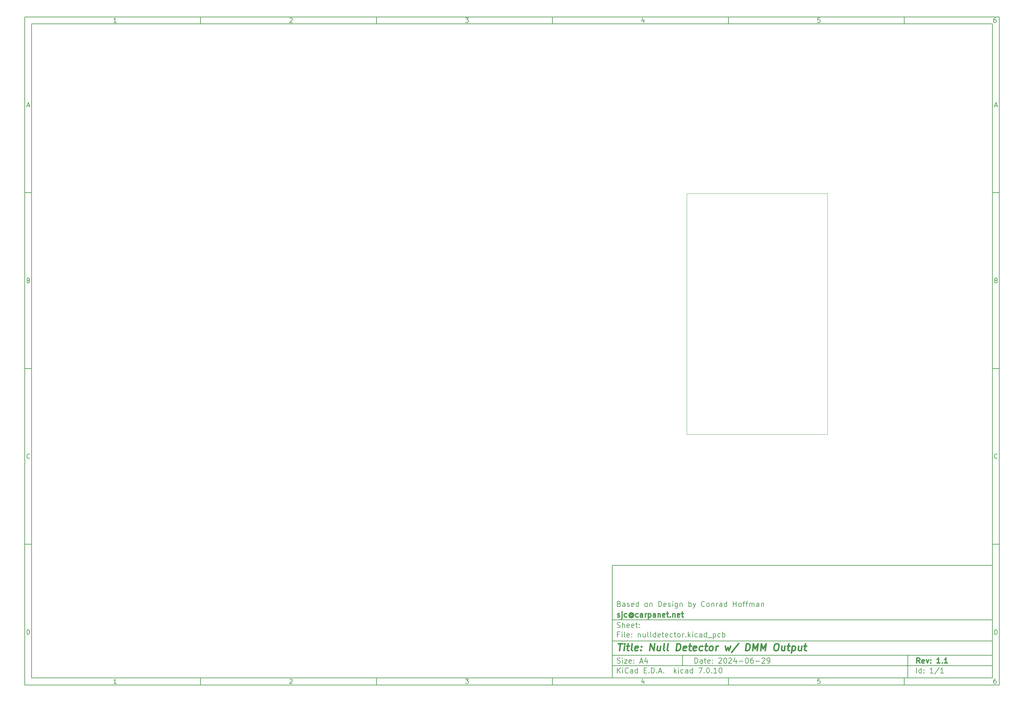
<source format=gbr>
%TF.GenerationSoftware,KiCad,Pcbnew,7.0.10*%
%TF.CreationDate,2024-07-02T22:36:04-04:00*%
%TF.ProjectId,nulldetector,6e756c6c-6465-4746-9563-746f722e6b69,1.1*%
%TF.SameCoordinates,Original*%
%TF.FileFunction,Profile,NP*%
%FSLAX46Y46*%
G04 Gerber Fmt 4.6, Leading zero omitted, Abs format (unit mm)*
G04 Created by KiCad (PCBNEW 7.0.10) date 2024-07-02 22:36:04*
%MOMM*%
%LPD*%
G01*
G04 APERTURE LIST*
%ADD10C,0.100000*%
%ADD11C,0.150000*%
%ADD12C,0.300000*%
%ADD13C,0.400000*%
%TA.AperFunction,Profile*%
%ADD14C,0.100000*%
%TD*%
G04 APERTURE END LIST*
D10*
D11*
X177002200Y-166007200D02*
X285002200Y-166007200D01*
X285002200Y-198007200D01*
X177002200Y-198007200D01*
X177002200Y-166007200D01*
D10*
D11*
X10000000Y-10000000D02*
X287002200Y-10000000D01*
X287002200Y-200007200D01*
X10000000Y-200007200D01*
X10000000Y-10000000D01*
D10*
D11*
X12000000Y-12000000D02*
X285002200Y-12000000D01*
X285002200Y-198007200D01*
X12000000Y-198007200D01*
X12000000Y-12000000D01*
D10*
D11*
X60000000Y-12000000D02*
X60000000Y-10000000D01*
D10*
D11*
X110000000Y-12000000D02*
X110000000Y-10000000D01*
D10*
D11*
X160000000Y-12000000D02*
X160000000Y-10000000D01*
D10*
D11*
X210000000Y-12000000D02*
X210000000Y-10000000D01*
D10*
D11*
X260000000Y-12000000D02*
X260000000Y-10000000D01*
D10*
D11*
X36089160Y-11593604D02*
X35346303Y-11593604D01*
X35717731Y-11593604D02*
X35717731Y-10293604D01*
X35717731Y-10293604D02*
X35593922Y-10479319D01*
X35593922Y-10479319D02*
X35470112Y-10603128D01*
X35470112Y-10603128D02*
X35346303Y-10665033D01*
D10*
D11*
X85346303Y-10417414D02*
X85408207Y-10355509D01*
X85408207Y-10355509D02*
X85532017Y-10293604D01*
X85532017Y-10293604D02*
X85841541Y-10293604D01*
X85841541Y-10293604D02*
X85965350Y-10355509D01*
X85965350Y-10355509D02*
X86027255Y-10417414D01*
X86027255Y-10417414D02*
X86089160Y-10541223D01*
X86089160Y-10541223D02*
X86089160Y-10665033D01*
X86089160Y-10665033D02*
X86027255Y-10850747D01*
X86027255Y-10850747D02*
X85284398Y-11593604D01*
X85284398Y-11593604D02*
X86089160Y-11593604D01*
D10*
D11*
X135284398Y-10293604D02*
X136089160Y-10293604D01*
X136089160Y-10293604D02*
X135655826Y-10788842D01*
X135655826Y-10788842D02*
X135841541Y-10788842D01*
X135841541Y-10788842D02*
X135965350Y-10850747D01*
X135965350Y-10850747D02*
X136027255Y-10912652D01*
X136027255Y-10912652D02*
X136089160Y-11036461D01*
X136089160Y-11036461D02*
X136089160Y-11345985D01*
X136089160Y-11345985D02*
X136027255Y-11469795D01*
X136027255Y-11469795D02*
X135965350Y-11531700D01*
X135965350Y-11531700D02*
X135841541Y-11593604D01*
X135841541Y-11593604D02*
X135470112Y-11593604D01*
X135470112Y-11593604D02*
X135346303Y-11531700D01*
X135346303Y-11531700D02*
X135284398Y-11469795D01*
D10*
D11*
X185965350Y-10726938D02*
X185965350Y-11593604D01*
X185655826Y-10231700D02*
X185346303Y-11160271D01*
X185346303Y-11160271D02*
X186151064Y-11160271D01*
D10*
D11*
X236027255Y-10293604D02*
X235408207Y-10293604D01*
X235408207Y-10293604D02*
X235346303Y-10912652D01*
X235346303Y-10912652D02*
X235408207Y-10850747D01*
X235408207Y-10850747D02*
X235532017Y-10788842D01*
X235532017Y-10788842D02*
X235841541Y-10788842D01*
X235841541Y-10788842D02*
X235965350Y-10850747D01*
X235965350Y-10850747D02*
X236027255Y-10912652D01*
X236027255Y-10912652D02*
X236089160Y-11036461D01*
X236089160Y-11036461D02*
X236089160Y-11345985D01*
X236089160Y-11345985D02*
X236027255Y-11469795D01*
X236027255Y-11469795D02*
X235965350Y-11531700D01*
X235965350Y-11531700D02*
X235841541Y-11593604D01*
X235841541Y-11593604D02*
X235532017Y-11593604D01*
X235532017Y-11593604D02*
X235408207Y-11531700D01*
X235408207Y-11531700D02*
X235346303Y-11469795D01*
D10*
D11*
X285965350Y-10293604D02*
X285717731Y-10293604D01*
X285717731Y-10293604D02*
X285593922Y-10355509D01*
X285593922Y-10355509D02*
X285532017Y-10417414D01*
X285532017Y-10417414D02*
X285408207Y-10603128D01*
X285408207Y-10603128D02*
X285346303Y-10850747D01*
X285346303Y-10850747D02*
X285346303Y-11345985D01*
X285346303Y-11345985D02*
X285408207Y-11469795D01*
X285408207Y-11469795D02*
X285470112Y-11531700D01*
X285470112Y-11531700D02*
X285593922Y-11593604D01*
X285593922Y-11593604D02*
X285841541Y-11593604D01*
X285841541Y-11593604D02*
X285965350Y-11531700D01*
X285965350Y-11531700D02*
X286027255Y-11469795D01*
X286027255Y-11469795D02*
X286089160Y-11345985D01*
X286089160Y-11345985D02*
X286089160Y-11036461D01*
X286089160Y-11036461D02*
X286027255Y-10912652D01*
X286027255Y-10912652D02*
X285965350Y-10850747D01*
X285965350Y-10850747D02*
X285841541Y-10788842D01*
X285841541Y-10788842D02*
X285593922Y-10788842D01*
X285593922Y-10788842D02*
X285470112Y-10850747D01*
X285470112Y-10850747D02*
X285408207Y-10912652D01*
X285408207Y-10912652D02*
X285346303Y-11036461D01*
D10*
D11*
X60000000Y-198007200D02*
X60000000Y-200007200D01*
D10*
D11*
X110000000Y-198007200D02*
X110000000Y-200007200D01*
D10*
D11*
X160000000Y-198007200D02*
X160000000Y-200007200D01*
D10*
D11*
X210000000Y-198007200D02*
X210000000Y-200007200D01*
D10*
D11*
X260000000Y-198007200D02*
X260000000Y-200007200D01*
D10*
D11*
X36089160Y-199600804D02*
X35346303Y-199600804D01*
X35717731Y-199600804D02*
X35717731Y-198300804D01*
X35717731Y-198300804D02*
X35593922Y-198486519D01*
X35593922Y-198486519D02*
X35470112Y-198610328D01*
X35470112Y-198610328D02*
X35346303Y-198672233D01*
D10*
D11*
X85346303Y-198424614D02*
X85408207Y-198362709D01*
X85408207Y-198362709D02*
X85532017Y-198300804D01*
X85532017Y-198300804D02*
X85841541Y-198300804D01*
X85841541Y-198300804D02*
X85965350Y-198362709D01*
X85965350Y-198362709D02*
X86027255Y-198424614D01*
X86027255Y-198424614D02*
X86089160Y-198548423D01*
X86089160Y-198548423D02*
X86089160Y-198672233D01*
X86089160Y-198672233D02*
X86027255Y-198857947D01*
X86027255Y-198857947D02*
X85284398Y-199600804D01*
X85284398Y-199600804D02*
X86089160Y-199600804D01*
D10*
D11*
X135284398Y-198300804D02*
X136089160Y-198300804D01*
X136089160Y-198300804D02*
X135655826Y-198796042D01*
X135655826Y-198796042D02*
X135841541Y-198796042D01*
X135841541Y-198796042D02*
X135965350Y-198857947D01*
X135965350Y-198857947D02*
X136027255Y-198919852D01*
X136027255Y-198919852D02*
X136089160Y-199043661D01*
X136089160Y-199043661D02*
X136089160Y-199353185D01*
X136089160Y-199353185D02*
X136027255Y-199476995D01*
X136027255Y-199476995D02*
X135965350Y-199538900D01*
X135965350Y-199538900D02*
X135841541Y-199600804D01*
X135841541Y-199600804D02*
X135470112Y-199600804D01*
X135470112Y-199600804D02*
X135346303Y-199538900D01*
X135346303Y-199538900D02*
X135284398Y-199476995D01*
D10*
D11*
X185965350Y-198734138D02*
X185965350Y-199600804D01*
X185655826Y-198238900D02*
X185346303Y-199167471D01*
X185346303Y-199167471D02*
X186151064Y-199167471D01*
D10*
D11*
X236027255Y-198300804D02*
X235408207Y-198300804D01*
X235408207Y-198300804D02*
X235346303Y-198919852D01*
X235346303Y-198919852D02*
X235408207Y-198857947D01*
X235408207Y-198857947D02*
X235532017Y-198796042D01*
X235532017Y-198796042D02*
X235841541Y-198796042D01*
X235841541Y-198796042D02*
X235965350Y-198857947D01*
X235965350Y-198857947D02*
X236027255Y-198919852D01*
X236027255Y-198919852D02*
X236089160Y-199043661D01*
X236089160Y-199043661D02*
X236089160Y-199353185D01*
X236089160Y-199353185D02*
X236027255Y-199476995D01*
X236027255Y-199476995D02*
X235965350Y-199538900D01*
X235965350Y-199538900D02*
X235841541Y-199600804D01*
X235841541Y-199600804D02*
X235532017Y-199600804D01*
X235532017Y-199600804D02*
X235408207Y-199538900D01*
X235408207Y-199538900D02*
X235346303Y-199476995D01*
D10*
D11*
X285965350Y-198300804D02*
X285717731Y-198300804D01*
X285717731Y-198300804D02*
X285593922Y-198362709D01*
X285593922Y-198362709D02*
X285532017Y-198424614D01*
X285532017Y-198424614D02*
X285408207Y-198610328D01*
X285408207Y-198610328D02*
X285346303Y-198857947D01*
X285346303Y-198857947D02*
X285346303Y-199353185D01*
X285346303Y-199353185D02*
X285408207Y-199476995D01*
X285408207Y-199476995D02*
X285470112Y-199538900D01*
X285470112Y-199538900D02*
X285593922Y-199600804D01*
X285593922Y-199600804D02*
X285841541Y-199600804D01*
X285841541Y-199600804D02*
X285965350Y-199538900D01*
X285965350Y-199538900D02*
X286027255Y-199476995D01*
X286027255Y-199476995D02*
X286089160Y-199353185D01*
X286089160Y-199353185D02*
X286089160Y-199043661D01*
X286089160Y-199043661D02*
X286027255Y-198919852D01*
X286027255Y-198919852D02*
X285965350Y-198857947D01*
X285965350Y-198857947D02*
X285841541Y-198796042D01*
X285841541Y-198796042D02*
X285593922Y-198796042D01*
X285593922Y-198796042D02*
X285470112Y-198857947D01*
X285470112Y-198857947D02*
X285408207Y-198919852D01*
X285408207Y-198919852D02*
X285346303Y-199043661D01*
D10*
D11*
X10000000Y-60000000D02*
X12000000Y-60000000D01*
D10*
D11*
X10000000Y-110000000D02*
X12000000Y-110000000D01*
D10*
D11*
X10000000Y-160000000D02*
X12000000Y-160000000D01*
D10*
D11*
X10690476Y-35222176D02*
X11309523Y-35222176D01*
X10566666Y-35593604D02*
X10999999Y-34293604D01*
X10999999Y-34293604D02*
X11433333Y-35593604D01*
D10*
D11*
X11092857Y-84912652D02*
X11278571Y-84974557D01*
X11278571Y-84974557D02*
X11340476Y-85036461D01*
X11340476Y-85036461D02*
X11402380Y-85160271D01*
X11402380Y-85160271D02*
X11402380Y-85345985D01*
X11402380Y-85345985D02*
X11340476Y-85469795D01*
X11340476Y-85469795D02*
X11278571Y-85531700D01*
X11278571Y-85531700D02*
X11154761Y-85593604D01*
X11154761Y-85593604D02*
X10659523Y-85593604D01*
X10659523Y-85593604D02*
X10659523Y-84293604D01*
X10659523Y-84293604D02*
X11092857Y-84293604D01*
X11092857Y-84293604D02*
X11216666Y-84355509D01*
X11216666Y-84355509D02*
X11278571Y-84417414D01*
X11278571Y-84417414D02*
X11340476Y-84541223D01*
X11340476Y-84541223D02*
X11340476Y-84665033D01*
X11340476Y-84665033D02*
X11278571Y-84788842D01*
X11278571Y-84788842D02*
X11216666Y-84850747D01*
X11216666Y-84850747D02*
X11092857Y-84912652D01*
X11092857Y-84912652D02*
X10659523Y-84912652D01*
D10*
D11*
X11402380Y-135469795D02*
X11340476Y-135531700D01*
X11340476Y-135531700D02*
X11154761Y-135593604D01*
X11154761Y-135593604D02*
X11030952Y-135593604D01*
X11030952Y-135593604D02*
X10845238Y-135531700D01*
X10845238Y-135531700D02*
X10721428Y-135407890D01*
X10721428Y-135407890D02*
X10659523Y-135284080D01*
X10659523Y-135284080D02*
X10597619Y-135036461D01*
X10597619Y-135036461D02*
X10597619Y-134850747D01*
X10597619Y-134850747D02*
X10659523Y-134603128D01*
X10659523Y-134603128D02*
X10721428Y-134479319D01*
X10721428Y-134479319D02*
X10845238Y-134355509D01*
X10845238Y-134355509D02*
X11030952Y-134293604D01*
X11030952Y-134293604D02*
X11154761Y-134293604D01*
X11154761Y-134293604D02*
X11340476Y-134355509D01*
X11340476Y-134355509D02*
X11402380Y-134417414D01*
D10*
D11*
X10659523Y-185593604D02*
X10659523Y-184293604D01*
X10659523Y-184293604D02*
X10969047Y-184293604D01*
X10969047Y-184293604D02*
X11154761Y-184355509D01*
X11154761Y-184355509D02*
X11278571Y-184479319D01*
X11278571Y-184479319D02*
X11340476Y-184603128D01*
X11340476Y-184603128D02*
X11402380Y-184850747D01*
X11402380Y-184850747D02*
X11402380Y-185036461D01*
X11402380Y-185036461D02*
X11340476Y-185284080D01*
X11340476Y-185284080D02*
X11278571Y-185407890D01*
X11278571Y-185407890D02*
X11154761Y-185531700D01*
X11154761Y-185531700D02*
X10969047Y-185593604D01*
X10969047Y-185593604D02*
X10659523Y-185593604D01*
D10*
D11*
X287002200Y-60000000D02*
X285002200Y-60000000D01*
D10*
D11*
X287002200Y-110000000D02*
X285002200Y-110000000D01*
D10*
D11*
X287002200Y-160000000D02*
X285002200Y-160000000D01*
D10*
D11*
X285692676Y-35222176D02*
X286311723Y-35222176D01*
X285568866Y-35593604D02*
X286002199Y-34293604D01*
X286002199Y-34293604D02*
X286435533Y-35593604D01*
D10*
D11*
X286095057Y-84912652D02*
X286280771Y-84974557D01*
X286280771Y-84974557D02*
X286342676Y-85036461D01*
X286342676Y-85036461D02*
X286404580Y-85160271D01*
X286404580Y-85160271D02*
X286404580Y-85345985D01*
X286404580Y-85345985D02*
X286342676Y-85469795D01*
X286342676Y-85469795D02*
X286280771Y-85531700D01*
X286280771Y-85531700D02*
X286156961Y-85593604D01*
X286156961Y-85593604D02*
X285661723Y-85593604D01*
X285661723Y-85593604D02*
X285661723Y-84293604D01*
X285661723Y-84293604D02*
X286095057Y-84293604D01*
X286095057Y-84293604D02*
X286218866Y-84355509D01*
X286218866Y-84355509D02*
X286280771Y-84417414D01*
X286280771Y-84417414D02*
X286342676Y-84541223D01*
X286342676Y-84541223D02*
X286342676Y-84665033D01*
X286342676Y-84665033D02*
X286280771Y-84788842D01*
X286280771Y-84788842D02*
X286218866Y-84850747D01*
X286218866Y-84850747D02*
X286095057Y-84912652D01*
X286095057Y-84912652D02*
X285661723Y-84912652D01*
D10*
D11*
X286404580Y-135469795D02*
X286342676Y-135531700D01*
X286342676Y-135531700D02*
X286156961Y-135593604D01*
X286156961Y-135593604D02*
X286033152Y-135593604D01*
X286033152Y-135593604D02*
X285847438Y-135531700D01*
X285847438Y-135531700D02*
X285723628Y-135407890D01*
X285723628Y-135407890D02*
X285661723Y-135284080D01*
X285661723Y-135284080D02*
X285599819Y-135036461D01*
X285599819Y-135036461D02*
X285599819Y-134850747D01*
X285599819Y-134850747D02*
X285661723Y-134603128D01*
X285661723Y-134603128D02*
X285723628Y-134479319D01*
X285723628Y-134479319D02*
X285847438Y-134355509D01*
X285847438Y-134355509D02*
X286033152Y-134293604D01*
X286033152Y-134293604D02*
X286156961Y-134293604D01*
X286156961Y-134293604D02*
X286342676Y-134355509D01*
X286342676Y-134355509D02*
X286404580Y-134417414D01*
D10*
D11*
X285661723Y-185593604D02*
X285661723Y-184293604D01*
X285661723Y-184293604D02*
X285971247Y-184293604D01*
X285971247Y-184293604D02*
X286156961Y-184355509D01*
X286156961Y-184355509D02*
X286280771Y-184479319D01*
X286280771Y-184479319D02*
X286342676Y-184603128D01*
X286342676Y-184603128D02*
X286404580Y-184850747D01*
X286404580Y-184850747D02*
X286404580Y-185036461D01*
X286404580Y-185036461D02*
X286342676Y-185284080D01*
X286342676Y-185284080D02*
X286280771Y-185407890D01*
X286280771Y-185407890D02*
X286156961Y-185531700D01*
X286156961Y-185531700D02*
X285971247Y-185593604D01*
X285971247Y-185593604D02*
X285661723Y-185593604D01*
D10*
D11*
X200458026Y-193793328D02*
X200458026Y-192293328D01*
X200458026Y-192293328D02*
X200815169Y-192293328D01*
X200815169Y-192293328D02*
X201029455Y-192364757D01*
X201029455Y-192364757D02*
X201172312Y-192507614D01*
X201172312Y-192507614D02*
X201243741Y-192650471D01*
X201243741Y-192650471D02*
X201315169Y-192936185D01*
X201315169Y-192936185D02*
X201315169Y-193150471D01*
X201315169Y-193150471D02*
X201243741Y-193436185D01*
X201243741Y-193436185D02*
X201172312Y-193579042D01*
X201172312Y-193579042D02*
X201029455Y-193721900D01*
X201029455Y-193721900D02*
X200815169Y-193793328D01*
X200815169Y-193793328D02*
X200458026Y-193793328D01*
X202600884Y-193793328D02*
X202600884Y-193007614D01*
X202600884Y-193007614D02*
X202529455Y-192864757D01*
X202529455Y-192864757D02*
X202386598Y-192793328D01*
X202386598Y-192793328D02*
X202100884Y-192793328D01*
X202100884Y-192793328D02*
X201958026Y-192864757D01*
X202600884Y-193721900D02*
X202458026Y-193793328D01*
X202458026Y-193793328D02*
X202100884Y-193793328D01*
X202100884Y-193793328D02*
X201958026Y-193721900D01*
X201958026Y-193721900D02*
X201886598Y-193579042D01*
X201886598Y-193579042D02*
X201886598Y-193436185D01*
X201886598Y-193436185D02*
X201958026Y-193293328D01*
X201958026Y-193293328D02*
X202100884Y-193221900D01*
X202100884Y-193221900D02*
X202458026Y-193221900D01*
X202458026Y-193221900D02*
X202600884Y-193150471D01*
X203100884Y-192793328D02*
X203672312Y-192793328D01*
X203315169Y-192293328D02*
X203315169Y-193579042D01*
X203315169Y-193579042D02*
X203386598Y-193721900D01*
X203386598Y-193721900D02*
X203529455Y-193793328D01*
X203529455Y-193793328D02*
X203672312Y-193793328D01*
X204743741Y-193721900D02*
X204600884Y-193793328D01*
X204600884Y-193793328D02*
X204315170Y-193793328D01*
X204315170Y-193793328D02*
X204172312Y-193721900D01*
X204172312Y-193721900D02*
X204100884Y-193579042D01*
X204100884Y-193579042D02*
X204100884Y-193007614D01*
X204100884Y-193007614D02*
X204172312Y-192864757D01*
X204172312Y-192864757D02*
X204315170Y-192793328D01*
X204315170Y-192793328D02*
X204600884Y-192793328D01*
X204600884Y-192793328D02*
X204743741Y-192864757D01*
X204743741Y-192864757D02*
X204815170Y-193007614D01*
X204815170Y-193007614D02*
X204815170Y-193150471D01*
X204815170Y-193150471D02*
X204100884Y-193293328D01*
X205458026Y-193650471D02*
X205529455Y-193721900D01*
X205529455Y-193721900D02*
X205458026Y-193793328D01*
X205458026Y-193793328D02*
X205386598Y-193721900D01*
X205386598Y-193721900D02*
X205458026Y-193650471D01*
X205458026Y-193650471D02*
X205458026Y-193793328D01*
X205458026Y-192864757D02*
X205529455Y-192936185D01*
X205529455Y-192936185D02*
X205458026Y-193007614D01*
X205458026Y-193007614D02*
X205386598Y-192936185D01*
X205386598Y-192936185D02*
X205458026Y-192864757D01*
X205458026Y-192864757D02*
X205458026Y-193007614D01*
X207243741Y-192436185D02*
X207315169Y-192364757D01*
X207315169Y-192364757D02*
X207458027Y-192293328D01*
X207458027Y-192293328D02*
X207815169Y-192293328D01*
X207815169Y-192293328D02*
X207958027Y-192364757D01*
X207958027Y-192364757D02*
X208029455Y-192436185D01*
X208029455Y-192436185D02*
X208100884Y-192579042D01*
X208100884Y-192579042D02*
X208100884Y-192721900D01*
X208100884Y-192721900D02*
X208029455Y-192936185D01*
X208029455Y-192936185D02*
X207172312Y-193793328D01*
X207172312Y-193793328D02*
X208100884Y-193793328D01*
X209029455Y-192293328D02*
X209172312Y-192293328D01*
X209172312Y-192293328D02*
X209315169Y-192364757D01*
X209315169Y-192364757D02*
X209386598Y-192436185D01*
X209386598Y-192436185D02*
X209458026Y-192579042D01*
X209458026Y-192579042D02*
X209529455Y-192864757D01*
X209529455Y-192864757D02*
X209529455Y-193221900D01*
X209529455Y-193221900D02*
X209458026Y-193507614D01*
X209458026Y-193507614D02*
X209386598Y-193650471D01*
X209386598Y-193650471D02*
X209315169Y-193721900D01*
X209315169Y-193721900D02*
X209172312Y-193793328D01*
X209172312Y-193793328D02*
X209029455Y-193793328D01*
X209029455Y-193793328D02*
X208886598Y-193721900D01*
X208886598Y-193721900D02*
X208815169Y-193650471D01*
X208815169Y-193650471D02*
X208743740Y-193507614D01*
X208743740Y-193507614D02*
X208672312Y-193221900D01*
X208672312Y-193221900D02*
X208672312Y-192864757D01*
X208672312Y-192864757D02*
X208743740Y-192579042D01*
X208743740Y-192579042D02*
X208815169Y-192436185D01*
X208815169Y-192436185D02*
X208886598Y-192364757D01*
X208886598Y-192364757D02*
X209029455Y-192293328D01*
X210100883Y-192436185D02*
X210172311Y-192364757D01*
X210172311Y-192364757D02*
X210315169Y-192293328D01*
X210315169Y-192293328D02*
X210672311Y-192293328D01*
X210672311Y-192293328D02*
X210815169Y-192364757D01*
X210815169Y-192364757D02*
X210886597Y-192436185D01*
X210886597Y-192436185D02*
X210958026Y-192579042D01*
X210958026Y-192579042D02*
X210958026Y-192721900D01*
X210958026Y-192721900D02*
X210886597Y-192936185D01*
X210886597Y-192936185D02*
X210029454Y-193793328D01*
X210029454Y-193793328D02*
X210958026Y-193793328D01*
X212243740Y-192793328D02*
X212243740Y-193793328D01*
X211886597Y-192221900D02*
X211529454Y-193293328D01*
X211529454Y-193293328D02*
X212458025Y-193293328D01*
X213029453Y-193221900D02*
X214172311Y-193221900D01*
X215172311Y-192293328D02*
X215315168Y-192293328D01*
X215315168Y-192293328D02*
X215458025Y-192364757D01*
X215458025Y-192364757D02*
X215529454Y-192436185D01*
X215529454Y-192436185D02*
X215600882Y-192579042D01*
X215600882Y-192579042D02*
X215672311Y-192864757D01*
X215672311Y-192864757D02*
X215672311Y-193221900D01*
X215672311Y-193221900D02*
X215600882Y-193507614D01*
X215600882Y-193507614D02*
X215529454Y-193650471D01*
X215529454Y-193650471D02*
X215458025Y-193721900D01*
X215458025Y-193721900D02*
X215315168Y-193793328D01*
X215315168Y-193793328D02*
X215172311Y-193793328D01*
X215172311Y-193793328D02*
X215029454Y-193721900D01*
X215029454Y-193721900D02*
X214958025Y-193650471D01*
X214958025Y-193650471D02*
X214886596Y-193507614D01*
X214886596Y-193507614D02*
X214815168Y-193221900D01*
X214815168Y-193221900D02*
X214815168Y-192864757D01*
X214815168Y-192864757D02*
X214886596Y-192579042D01*
X214886596Y-192579042D02*
X214958025Y-192436185D01*
X214958025Y-192436185D02*
X215029454Y-192364757D01*
X215029454Y-192364757D02*
X215172311Y-192293328D01*
X216958025Y-192293328D02*
X216672310Y-192293328D01*
X216672310Y-192293328D02*
X216529453Y-192364757D01*
X216529453Y-192364757D02*
X216458025Y-192436185D01*
X216458025Y-192436185D02*
X216315167Y-192650471D01*
X216315167Y-192650471D02*
X216243739Y-192936185D01*
X216243739Y-192936185D02*
X216243739Y-193507614D01*
X216243739Y-193507614D02*
X216315167Y-193650471D01*
X216315167Y-193650471D02*
X216386596Y-193721900D01*
X216386596Y-193721900D02*
X216529453Y-193793328D01*
X216529453Y-193793328D02*
X216815167Y-193793328D01*
X216815167Y-193793328D02*
X216958025Y-193721900D01*
X216958025Y-193721900D02*
X217029453Y-193650471D01*
X217029453Y-193650471D02*
X217100882Y-193507614D01*
X217100882Y-193507614D02*
X217100882Y-193150471D01*
X217100882Y-193150471D02*
X217029453Y-193007614D01*
X217029453Y-193007614D02*
X216958025Y-192936185D01*
X216958025Y-192936185D02*
X216815167Y-192864757D01*
X216815167Y-192864757D02*
X216529453Y-192864757D01*
X216529453Y-192864757D02*
X216386596Y-192936185D01*
X216386596Y-192936185D02*
X216315167Y-193007614D01*
X216315167Y-193007614D02*
X216243739Y-193150471D01*
X217743738Y-193221900D02*
X218886596Y-193221900D01*
X219529453Y-192436185D02*
X219600881Y-192364757D01*
X219600881Y-192364757D02*
X219743739Y-192293328D01*
X219743739Y-192293328D02*
X220100881Y-192293328D01*
X220100881Y-192293328D02*
X220243739Y-192364757D01*
X220243739Y-192364757D02*
X220315167Y-192436185D01*
X220315167Y-192436185D02*
X220386596Y-192579042D01*
X220386596Y-192579042D02*
X220386596Y-192721900D01*
X220386596Y-192721900D02*
X220315167Y-192936185D01*
X220315167Y-192936185D02*
X219458024Y-193793328D01*
X219458024Y-193793328D02*
X220386596Y-193793328D01*
X221100881Y-193793328D02*
X221386595Y-193793328D01*
X221386595Y-193793328D02*
X221529452Y-193721900D01*
X221529452Y-193721900D02*
X221600881Y-193650471D01*
X221600881Y-193650471D02*
X221743738Y-193436185D01*
X221743738Y-193436185D02*
X221815167Y-193150471D01*
X221815167Y-193150471D02*
X221815167Y-192579042D01*
X221815167Y-192579042D02*
X221743738Y-192436185D01*
X221743738Y-192436185D02*
X221672310Y-192364757D01*
X221672310Y-192364757D02*
X221529452Y-192293328D01*
X221529452Y-192293328D02*
X221243738Y-192293328D01*
X221243738Y-192293328D02*
X221100881Y-192364757D01*
X221100881Y-192364757D02*
X221029452Y-192436185D01*
X221029452Y-192436185D02*
X220958024Y-192579042D01*
X220958024Y-192579042D02*
X220958024Y-192936185D01*
X220958024Y-192936185D02*
X221029452Y-193079042D01*
X221029452Y-193079042D02*
X221100881Y-193150471D01*
X221100881Y-193150471D02*
X221243738Y-193221900D01*
X221243738Y-193221900D02*
X221529452Y-193221900D01*
X221529452Y-193221900D02*
X221672310Y-193150471D01*
X221672310Y-193150471D02*
X221743738Y-193079042D01*
X221743738Y-193079042D02*
X221815167Y-192936185D01*
D10*
D11*
X177002200Y-194507200D02*
X285002200Y-194507200D01*
D10*
D11*
X178458026Y-196593328D02*
X178458026Y-195093328D01*
X179315169Y-196593328D02*
X178672312Y-195736185D01*
X179315169Y-195093328D02*
X178458026Y-195950471D01*
X179958026Y-196593328D02*
X179958026Y-195593328D01*
X179958026Y-195093328D02*
X179886598Y-195164757D01*
X179886598Y-195164757D02*
X179958026Y-195236185D01*
X179958026Y-195236185D02*
X180029455Y-195164757D01*
X180029455Y-195164757D02*
X179958026Y-195093328D01*
X179958026Y-195093328D02*
X179958026Y-195236185D01*
X181529455Y-196450471D02*
X181458027Y-196521900D01*
X181458027Y-196521900D02*
X181243741Y-196593328D01*
X181243741Y-196593328D02*
X181100884Y-196593328D01*
X181100884Y-196593328D02*
X180886598Y-196521900D01*
X180886598Y-196521900D02*
X180743741Y-196379042D01*
X180743741Y-196379042D02*
X180672312Y-196236185D01*
X180672312Y-196236185D02*
X180600884Y-195950471D01*
X180600884Y-195950471D02*
X180600884Y-195736185D01*
X180600884Y-195736185D02*
X180672312Y-195450471D01*
X180672312Y-195450471D02*
X180743741Y-195307614D01*
X180743741Y-195307614D02*
X180886598Y-195164757D01*
X180886598Y-195164757D02*
X181100884Y-195093328D01*
X181100884Y-195093328D02*
X181243741Y-195093328D01*
X181243741Y-195093328D02*
X181458027Y-195164757D01*
X181458027Y-195164757D02*
X181529455Y-195236185D01*
X182815170Y-196593328D02*
X182815170Y-195807614D01*
X182815170Y-195807614D02*
X182743741Y-195664757D01*
X182743741Y-195664757D02*
X182600884Y-195593328D01*
X182600884Y-195593328D02*
X182315170Y-195593328D01*
X182315170Y-195593328D02*
X182172312Y-195664757D01*
X182815170Y-196521900D02*
X182672312Y-196593328D01*
X182672312Y-196593328D02*
X182315170Y-196593328D01*
X182315170Y-196593328D02*
X182172312Y-196521900D01*
X182172312Y-196521900D02*
X182100884Y-196379042D01*
X182100884Y-196379042D02*
X182100884Y-196236185D01*
X182100884Y-196236185D02*
X182172312Y-196093328D01*
X182172312Y-196093328D02*
X182315170Y-196021900D01*
X182315170Y-196021900D02*
X182672312Y-196021900D01*
X182672312Y-196021900D02*
X182815170Y-195950471D01*
X184172313Y-196593328D02*
X184172313Y-195093328D01*
X184172313Y-196521900D02*
X184029455Y-196593328D01*
X184029455Y-196593328D02*
X183743741Y-196593328D01*
X183743741Y-196593328D02*
X183600884Y-196521900D01*
X183600884Y-196521900D02*
X183529455Y-196450471D01*
X183529455Y-196450471D02*
X183458027Y-196307614D01*
X183458027Y-196307614D02*
X183458027Y-195879042D01*
X183458027Y-195879042D02*
X183529455Y-195736185D01*
X183529455Y-195736185D02*
X183600884Y-195664757D01*
X183600884Y-195664757D02*
X183743741Y-195593328D01*
X183743741Y-195593328D02*
X184029455Y-195593328D01*
X184029455Y-195593328D02*
X184172313Y-195664757D01*
X186029455Y-195807614D02*
X186529455Y-195807614D01*
X186743741Y-196593328D02*
X186029455Y-196593328D01*
X186029455Y-196593328D02*
X186029455Y-195093328D01*
X186029455Y-195093328D02*
X186743741Y-195093328D01*
X187386598Y-196450471D02*
X187458027Y-196521900D01*
X187458027Y-196521900D02*
X187386598Y-196593328D01*
X187386598Y-196593328D02*
X187315170Y-196521900D01*
X187315170Y-196521900D02*
X187386598Y-196450471D01*
X187386598Y-196450471D02*
X187386598Y-196593328D01*
X188100884Y-196593328D02*
X188100884Y-195093328D01*
X188100884Y-195093328D02*
X188458027Y-195093328D01*
X188458027Y-195093328D02*
X188672313Y-195164757D01*
X188672313Y-195164757D02*
X188815170Y-195307614D01*
X188815170Y-195307614D02*
X188886599Y-195450471D01*
X188886599Y-195450471D02*
X188958027Y-195736185D01*
X188958027Y-195736185D02*
X188958027Y-195950471D01*
X188958027Y-195950471D02*
X188886599Y-196236185D01*
X188886599Y-196236185D02*
X188815170Y-196379042D01*
X188815170Y-196379042D02*
X188672313Y-196521900D01*
X188672313Y-196521900D02*
X188458027Y-196593328D01*
X188458027Y-196593328D02*
X188100884Y-196593328D01*
X189600884Y-196450471D02*
X189672313Y-196521900D01*
X189672313Y-196521900D02*
X189600884Y-196593328D01*
X189600884Y-196593328D02*
X189529456Y-196521900D01*
X189529456Y-196521900D02*
X189600884Y-196450471D01*
X189600884Y-196450471D02*
X189600884Y-196593328D01*
X190243742Y-196164757D02*
X190958028Y-196164757D01*
X190100885Y-196593328D02*
X190600885Y-195093328D01*
X190600885Y-195093328D02*
X191100885Y-196593328D01*
X191600884Y-196450471D02*
X191672313Y-196521900D01*
X191672313Y-196521900D02*
X191600884Y-196593328D01*
X191600884Y-196593328D02*
X191529456Y-196521900D01*
X191529456Y-196521900D02*
X191600884Y-196450471D01*
X191600884Y-196450471D02*
X191600884Y-196593328D01*
X194600884Y-196593328D02*
X194600884Y-195093328D01*
X194743742Y-196021900D02*
X195172313Y-196593328D01*
X195172313Y-195593328D02*
X194600884Y-196164757D01*
X195815170Y-196593328D02*
X195815170Y-195593328D01*
X195815170Y-195093328D02*
X195743742Y-195164757D01*
X195743742Y-195164757D02*
X195815170Y-195236185D01*
X195815170Y-195236185D02*
X195886599Y-195164757D01*
X195886599Y-195164757D02*
X195815170Y-195093328D01*
X195815170Y-195093328D02*
X195815170Y-195236185D01*
X197172314Y-196521900D02*
X197029456Y-196593328D01*
X197029456Y-196593328D02*
X196743742Y-196593328D01*
X196743742Y-196593328D02*
X196600885Y-196521900D01*
X196600885Y-196521900D02*
X196529456Y-196450471D01*
X196529456Y-196450471D02*
X196458028Y-196307614D01*
X196458028Y-196307614D02*
X196458028Y-195879042D01*
X196458028Y-195879042D02*
X196529456Y-195736185D01*
X196529456Y-195736185D02*
X196600885Y-195664757D01*
X196600885Y-195664757D02*
X196743742Y-195593328D01*
X196743742Y-195593328D02*
X197029456Y-195593328D01*
X197029456Y-195593328D02*
X197172314Y-195664757D01*
X198458028Y-196593328D02*
X198458028Y-195807614D01*
X198458028Y-195807614D02*
X198386599Y-195664757D01*
X198386599Y-195664757D02*
X198243742Y-195593328D01*
X198243742Y-195593328D02*
X197958028Y-195593328D01*
X197958028Y-195593328D02*
X197815170Y-195664757D01*
X198458028Y-196521900D02*
X198315170Y-196593328D01*
X198315170Y-196593328D02*
X197958028Y-196593328D01*
X197958028Y-196593328D02*
X197815170Y-196521900D01*
X197815170Y-196521900D02*
X197743742Y-196379042D01*
X197743742Y-196379042D02*
X197743742Y-196236185D01*
X197743742Y-196236185D02*
X197815170Y-196093328D01*
X197815170Y-196093328D02*
X197958028Y-196021900D01*
X197958028Y-196021900D02*
X198315170Y-196021900D01*
X198315170Y-196021900D02*
X198458028Y-195950471D01*
X199815171Y-196593328D02*
X199815171Y-195093328D01*
X199815171Y-196521900D02*
X199672313Y-196593328D01*
X199672313Y-196593328D02*
X199386599Y-196593328D01*
X199386599Y-196593328D02*
X199243742Y-196521900D01*
X199243742Y-196521900D02*
X199172313Y-196450471D01*
X199172313Y-196450471D02*
X199100885Y-196307614D01*
X199100885Y-196307614D02*
X199100885Y-195879042D01*
X199100885Y-195879042D02*
X199172313Y-195736185D01*
X199172313Y-195736185D02*
X199243742Y-195664757D01*
X199243742Y-195664757D02*
X199386599Y-195593328D01*
X199386599Y-195593328D02*
X199672313Y-195593328D01*
X199672313Y-195593328D02*
X199815171Y-195664757D01*
X201529456Y-195093328D02*
X202529456Y-195093328D01*
X202529456Y-195093328D02*
X201886599Y-196593328D01*
X203100884Y-196450471D02*
X203172313Y-196521900D01*
X203172313Y-196521900D02*
X203100884Y-196593328D01*
X203100884Y-196593328D02*
X203029456Y-196521900D01*
X203029456Y-196521900D02*
X203100884Y-196450471D01*
X203100884Y-196450471D02*
X203100884Y-196593328D01*
X204100885Y-195093328D02*
X204243742Y-195093328D01*
X204243742Y-195093328D02*
X204386599Y-195164757D01*
X204386599Y-195164757D02*
X204458028Y-195236185D01*
X204458028Y-195236185D02*
X204529456Y-195379042D01*
X204529456Y-195379042D02*
X204600885Y-195664757D01*
X204600885Y-195664757D02*
X204600885Y-196021900D01*
X204600885Y-196021900D02*
X204529456Y-196307614D01*
X204529456Y-196307614D02*
X204458028Y-196450471D01*
X204458028Y-196450471D02*
X204386599Y-196521900D01*
X204386599Y-196521900D02*
X204243742Y-196593328D01*
X204243742Y-196593328D02*
X204100885Y-196593328D01*
X204100885Y-196593328D02*
X203958028Y-196521900D01*
X203958028Y-196521900D02*
X203886599Y-196450471D01*
X203886599Y-196450471D02*
X203815170Y-196307614D01*
X203815170Y-196307614D02*
X203743742Y-196021900D01*
X203743742Y-196021900D02*
X203743742Y-195664757D01*
X203743742Y-195664757D02*
X203815170Y-195379042D01*
X203815170Y-195379042D02*
X203886599Y-195236185D01*
X203886599Y-195236185D02*
X203958028Y-195164757D01*
X203958028Y-195164757D02*
X204100885Y-195093328D01*
X205243741Y-196450471D02*
X205315170Y-196521900D01*
X205315170Y-196521900D02*
X205243741Y-196593328D01*
X205243741Y-196593328D02*
X205172313Y-196521900D01*
X205172313Y-196521900D02*
X205243741Y-196450471D01*
X205243741Y-196450471D02*
X205243741Y-196593328D01*
X206743742Y-196593328D02*
X205886599Y-196593328D01*
X206315170Y-196593328D02*
X206315170Y-195093328D01*
X206315170Y-195093328D02*
X206172313Y-195307614D01*
X206172313Y-195307614D02*
X206029456Y-195450471D01*
X206029456Y-195450471D02*
X205886599Y-195521900D01*
X207672313Y-195093328D02*
X207815170Y-195093328D01*
X207815170Y-195093328D02*
X207958027Y-195164757D01*
X207958027Y-195164757D02*
X208029456Y-195236185D01*
X208029456Y-195236185D02*
X208100884Y-195379042D01*
X208100884Y-195379042D02*
X208172313Y-195664757D01*
X208172313Y-195664757D02*
X208172313Y-196021900D01*
X208172313Y-196021900D02*
X208100884Y-196307614D01*
X208100884Y-196307614D02*
X208029456Y-196450471D01*
X208029456Y-196450471D02*
X207958027Y-196521900D01*
X207958027Y-196521900D02*
X207815170Y-196593328D01*
X207815170Y-196593328D02*
X207672313Y-196593328D01*
X207672313Y-196593328D02*
X207529456Y-196521900D01*
X207529456Y-196521900D02*
X207458027Y-196450471D01*
X207458027Y-196450471D02*
X207386598Y-196307614D01*
X207386598Y-196307614D02*
X207315170Y-196021900D01*
X207315170Y-196021900D02*
X207315170Y-195664757D01*
X207315170Y-195664757D02*
X207386598Y-195379042D01*
X207386598Y-195379042D02*
X207458027Y-195236185D01*
X207458027Y-195236185D02*
X207529456Y-195164757D01*
X207529456Y-195164757D02*
X207672313Y-195093328D01*
D10*
D11*
X177002200Y-191507200D02*
X285002200Y-191507200D01*
D10*
D12*
X264413853Y-193785528D02*
X263913853Y-193071242D01*
X263556710Y-193785528D02*
X263556710Y-192285528D01*
X263556710Y-192285528D02*
X264128139Y-192285528D01*
X264128139Y-192285528D02*
X264270996Y-192356957D01*
X264270996Y-192356957D02*
X264342425Y-192428385D01*
X264342425Y-192428385D02*
X264413853Y-192571242D01*
X264413853Y-192571242D02*
X264413853Y-192785528D01*
X264413853Y-192785528D02*
X264342425Y-192928385D01*
X264342425Y-192928385D02*
X264270996Y-192999814D01*
X264270996Y-192999814D02*
X264128139Y-193071242D01*
X264128139Y-193071242D02*
X263556710Y-193071242D01*
X265628139Y-193714100D02*
X265485282Y-193785528D01*
X265485282Y-193785528D02*
X265199568Y-193785528D01*
X265199568Y-193785528D02*
X265056710Y-193714100D01*
X265056710Y-193714100D02*
X264985282Y-193571242D01*
X264985282Y-193571242D02*
X264985282Y-192999814D01*
X264985282Y-192999814D02*
X265056710Y-192856957D01*
X265056710Y-192856957D02*
X265199568Y-192785528D01*
X265199568Y-192785528D02*
X265485282Y-192785528D01*
X265485282Y-192785528D02*
X265628139Y-192856957D01*
X265628139Y-192856957D02*
X265699568Y-192999814D01*
X265699568Y-192999814D02*
X265699568Y-193142671D01*
X265699568Y-193142671D02*
X264985282Y-193285528D01*
X266199567Y-192785528D02*
X266556710Y-193785528D01*
X266556710Y-193785528D02*
X266913853Y-192785528D01*
X267485281Y-193642671D02*
X267556710Y-193714100D01*
X267556710Y-193714100D02*
X267485281Y-193785528D01*
X267485281Y-193785528D02*
X267413853Y-193714100D01*
X267413853Y-193714100D02*
X267485281Y-193642671D01*
X267485281Y-193642671D02*
X267485281Y-193785528D01*
X267485281Y-192856957D02*
X267556710Y-192928385D01*
X267556710Y-192928385D02*
X267485281Y-192999814D01*
X267485281Y-192999814D02*
X267413853Y-192928385D01*
X267413853Y-192928385D02*
X267485281Y-192856957D01*
X267485281Y-192856957D02*
X267485281Y-192999814D01*
X270128139Y-193785528D02*
X269270996Y-193785528D01*
X269699567Y-193785528D02*
X269699567Y-192285528D01*
X269699567Y-192285528D02*
X269556710Y-192499814D01*
X269556710Y-192499814D02*
X269413853Y-192642671D01*
X269413853Y-192642671D02*
X269270996Y-192714100D01*
X270770995Y-193642671D02*
X270842424Y-193714100D01*
X270842424Y-193714100D02*
X270770995Y-193785528D01*
X270770995Y-193785528D02*
X270699567Y-193714100D01*
X270699567Y-193714100D02*
X270770995Y-193642671D01*
X270770995Y-193642671D02*
X270770995Y-193785528D01*
X272270996Y-193785528D02*
X271413853Y-193785528D01*
X271842424Y-193785528D02*
X271842424Y-192285528D01*
X271842424Y-192285528D02*
X271699567Y-192499814D01*
X271699567Y-192499814D02*
X271556710Y-192642671D01*
X271556710Y-192642671D02*
X271413853Y-192714100D01*
D10*
D11*
X178386598Y-193721900D02*
X178600884Y-193793328D01*
X178600884Y-193793328D02*
X178958026Y-193793328D01*
X178958026Y-193793328D02*
X179100884Y-193721900D01*
X179100884Y-193721900D02*
X179172312Y-193650471D01*
X179172312Y-193650471D02*
X179243741Y-193507614D01*
X179243741Y-193507614D02*
X179243741Y-193364757D01*
X179243741Y-193364757D02*
X179172312Y-193221900D01*
X179172312Y-193221900D02*
X179100884Y-193150471D01*
X179100884Y-193150471D02*
X178958026Y-193079042D01*
X178958026Y-193079042D02*
X178672312Y-193007614D01*
X178672312Y-193007614D02*
X178529455Y-192936185D01*
X178529455Y-192936185D02*
X178458026Y-192864757D01*
X178458026Y-192864757D02*
X178386598Y-192721900D01*
X178386598Y-192721900D02*
X178386598Y-192579042D01*
X178386598Y-192579042D02*
X178458026Y-192436185D01*
X178458026Y-192436185D02*
X178529455Y-192364757D01*
X178529455Y-192364757D02*
X178672312Y-192293328D01*
X178672312Y-192293328D02*
X179029455Y-192293328D01*
X179029455Y-192293328D02*
X179243741Y-192364757D01*
X179886597Y-193793328D02*
X179886597Y-192793328D01*
X179886597Y-192293328D02*
X179815169Y-192364757D01*
X179815169Y-192364757D02*
X179886597Y-192436185D01*
X179886597Y-192436185D02*
X179958026Y-192364757D01*
X179958026Y-192364757D02*
X179886597Y-192293328D01*
X179886597Y-192293328D02*
X179886597Y-192436185D01*
X180458026Y-192793328D02*
X181243741Y-192793328D01*
X181243741Y-192793328D02*
X180458026Y-193793328D01*
X180458026Y-193793328D02*
X181243741Y-193793328D01*
X182386598Y-193721900D02*
X182243741Y-193793328D01*
X182243741Y-193793328D02*
X181958027Y-193793328D01*
X181958027Y-193793328D02*
X181815169Y-193721900D01*
X181815169Y-193721900D02*
X181743741Y-193579042D01*
X181743741Y-193579042D02*
X181743741Y-193007614D01*
X181743741Y-193007614D02*
X181815169Y-192864757D01*
X181815169Y-192864757D02*
X181958027Y-192793328D01*
X181958027Y-192793328D02*
X182243741Y-192793328D01*
X182243741Y-192793328D02*
X182386598Y-192864757D01*
X182386598Y-192864757D02*
X182458027Y-193007614D01*
X182458027Y-193007614D02*
X182458027Y-193150471D01*
X182458027Y-193150471D02*
X181743741Y-193293328D01*
X183100883Y-193650471D02*
X183172312Y-193721900D01*
X183172312Y-193721900D02*
X183100883Y-193793328D01*
X183100883Y-193793328D02*
X183029455Y-193721900D01*
X183029455Y-193721900D02*
X183100883Y-193650471D01*
X183100883Y-193650471D02*
X183100883Y-193793328D01*
X183100883Y-192864757D02*
X183172312Y-192936185D01*
X183172312Y-192936185D02*
X183100883Y-193007614D01*
X183100883Y-193007614D02*
X183029455Y-192936185D01*
X183029455Y-192936185D02*
X183100883Y-192864757D01*
X183100883Y-192864757D02*
X183100883Y-193007614D01*
X184886598Y-193364757D02*
X185600884Y-193364757D01*
X184743741Y-193793328D02*
X185243741Y-192293328D01*
X185243741Y-192293328D02*
X185743741Y-193793328D01*
X186886598Y-192793328D02*
X186886598Y-193793328D01*
X186529455Y-192221900D02*
X186172312Y-193293328D01*
X186172312Y-193293328D02*
X187100883Y-193293328D01*
D10*
D11*
X263458026Y-196593328D02*
X263458026Y-195093328D01*
X264815170Y-196593328D02*
X264815170Y-195093328D01*
X264815170Y-196521900D02*
X264672312Y-196593328D01*
X264672312Y-196593328D02*
X264386598Y-196593328D01*
X264386598Y-196593328D02*
X264243741Y-196521900D01*
X264243741Y-196521900D02*
X264172312Y-196450471D01*
X264172312Y-196450471D02*
X264100884Y-196307614D01*
X264100884Y-196307614D02*
X264100884Y-195879042D01*
X264100884Y-195879042D02*
X264172312Y-195736185D01*
X264172312Y-195736185D02*
X264243741Y-195664757D01*
X264243741Y-195664757D02*
X264386598Y-195593328D01*
X264386598Y-195593328D02*
X264672312Y-195593328D01*
X264672312Y-195593328D02*
X264815170Y-195664757D01*
X265529455Y-196450471D02*
X265600884Y-196521900D01*
X265600884Y-196521900D02*
X265529455Y-196593328D01*
X265529455Y-196593328D02*
X265458027Y-196521900D01*
X265458027Y-196521900D02*
X265529455Y-196450471D01*
X265529455Y-196450471D02*
X265529455Y-196593328D01*
X265529455Y-195664757D02*
X265600884Y-195736185D01*
X265600884Y-195736185D02*
X265529455Y-195807614D01*
X265529455Y-195807614D02*
X265458027Y-195736185D01*
X265458027Y-195736185D02*
X265529455Y-195664757D01*
X265529455Y-195664757D02*
X265529455Y-195807614D01*
X268172313Y-196593328D02*
X267315170Y-196593328D01*
X267743741Y-196593328D02*
X267743741Y-195093328D01*
X267743741Y-195093328D02*
X267600884Y-195307614D01*
X267600884Y-195307614D02*
X267458027Y-195450471D01*
X267458027Y-195450471D02*
X267315170Y-195521900D01*
X269886598Y-195021900D02*
X268600884Y-196950471D01*
X271172313Y-196593328D02*
X270315170Y-196593328D01*
X270743741Y-196593328D02*
X270743741Y-195093328D01*
X270743741Y-195093328D02*
X270600884Y-195307614D01*
X270600884Y-195307614D02*
X270458027Y-195450471D01*
X270458027Y-195450471D02*
X270315170Y-195521900D01*
D10*
D11*
X177002200Y-187507200D02*
X285002200Y-187507200D01*
D10*
D13*
X178693928Y-188211638D02*
X179836785Y-188211638D01*
X179015357Y-190211638D02*
X179265357Y-188211638D01*
X180253452Y-190211638D02*
X180420119Y-188878304D01*
X180503452Y-188211638D02*
X180396309Y-188306876D01*
X180396309Y-188306876D02*
X180479643Y-188402114D01*
X180479643Y-188402114D02*
X180586786Y-188306876D01*
X180586786Y-188306876D02*
X180503452Y-188211638D01*
X180503452Y-188211638D02*
X180479643Y-188402114D01*
X181086786Y-188878304D02*
X181848690Y-188878304D01*
X181455833Y-188211638D02*
X181241548Y-189925923D01*
X181241548Y-189925923D02*
X181312976Y-190116400D01*
X181312976Y-190116400D02*
X181491548Y-190211638D01*
X181491548Y-190211638D02*
X181682024Y-190211638D01*
X182634405Y-190211638D02*
X182455833Y-190116400D01*
X182455833Y-190116400D02*
X182384405Y-189925923D01*
X182384405Y-189925923D02*
X182598690Y-188211638D01*
X184170119Y-190116400D02*
X183967738Y-190211638D01*
X183967738Y-190211638D02*
X183586785Y-190211638D01*
X183586785Y-190211638D02*
X183408214Y-190116400D01*
X183408214Y-190116400D02*
X183336785Y-189925923D01*
X183336785Y-189925923D02*
X183432024Y-189164019D01*
X183432024Y-189164019D02*
X183551071Y-188973542D01*
X183551071Y-188973542D02*
X183753452Y-188878304D01*
X183753452Y-188878304D02*
X184134404Y-188878304D01*
X184134404Y-188878304D02*
X184312976Y-188973542D01*
X184312976Y-188973542D02*
X184384404Y-189164019D01*
X184384404Y-189164019D02*
X184360595Y-189354495D01*
X184360595Y-189354495D02*
X183384404Y-189544971D01*
X185134405Y-190021161D02*
X185217738Y-190116400D01*
X185217738Y-190116400D02*
X185110595Y-190211638D01*
X185110595Y-190211638D02*
X185027262Y-190116400D01*
X185027262Y-190116400D02*
X185134405Y-190021161D01*
X185134405Y-190021161D02*
X185110595Y-190211638D01*
X185265357Y-188973542D02*
X185348690Y-189068780D01*
X185348690Y-189068780D02*
X185241548Y-189164019D01*
X185241548Y-189164019D02*
X185158214Y-189068780D01*
X185158214Y-189068780D02*
X185265357Y-188973542D01*
X185265357Y-188973542D02*
X185241548Y-189164019D01*
X187586786Y-190211638D02*
X187836786Y-188211638D01*
X187836786Y-188211638D02*
X188729643Y-190211638D01*
X188729643Y-190211638D02*
X188979643Y-188211638D01*
X190705834Y-188878304D02*
X190539167Y-190211638D01*
X189848691Y-188878304D02*
X189717739Y-189925923D01*
X189717739Y-189925923D02*
X189789167Y-190116400D01*
X189789167Y-190116400D02*
X189967739Y-190211638D01*
X189967739Y-190211638D02*
X190253453Y-190211638D01*
X190253453Y-190211638D02*
X190455834Y-190116400D01*
X190455834Y-190116400D02*
X190562977Y-190021161D01*
X191777263Y-190211638D02*
X191598691Y-190116400D01*
X191598691Y-190116400D02*
X191527263Y-189925923D01*
X191527263Y-189925923D02*
X191741548Y-188211638D01*
X192824882Y-190211638D02*
X192646310Y-190116400D01*
X192646310Y-190116400D02*
X192574882Y-189925923D01*
X192574882Y-189925923D02*
X192789167Y-188211638D01*
X195110596Y-190211638D02*
X195360596Y-188211638D01*
X195360596Y-188211638D02*
X195836787Y-188211638D01*
X195836787Y-188211638D02*
X196110596Y-188306876D01*
X196110596Y-188306876D02*
X196277263Y-188497352D01*
X196277263Y-188497352D02*
X196348691Y-188687828D01*
X196348691Y-188687828D02*
X196396311Y-189068780D01*
X196396311Y-189068780D02*
X196360596Y-189354495D01*
X196360596Y-189354495D02*
X196217739Y-189735447D01*
X196217739Y-189735447D02*
X196098691Y-189925923D01*
X196098691Y-189925923D02*
X195884406Y-190116400D01*
X195884406Y-190116400D02*
X195586787Y-190211638D01*
X195586787Y-190211638D02*
X195110596Y-190211638D01*
X197884406Y-190116400D02*
X197682025Y-190211638D01*
X197682025Y-190211638D02*
X197301072Y-190211638D01*
X197301072Y-190211638D02*
X197122501Y-190116400D01*
X197122501Y-190116400D02*
X197051072Y-189925923D01*
X197051072Y-189925923D02*
X197146311Y-189164019D01*
X197146311Y-189164019D02*
X197265358Y-188973542D01*
X197265358Y-188973542D02*
X197467739Y-188878304D01*
X197467739Y-188878304D02*
X197848691Y-188878304D01*
X197848691Y-188878304D02*
X198027263Y-188973542D01*
X198027263Y-188973542D02*
X198098691Y-189164019D01*
X198098691Y-189164019D02*
X198074882Y-189354495D01*
X198074882Y-189354495D02*
X197098691Y-189544971D01*
X198705835Y-188878304D02*
X199467739Y-188878304D01*
X199074882Y-188211638D02*
X198860597Y-189925923D01*
X198860597Y-189925923D02*
X198932025Y-190116400D01*
X198932025Y-190116400D02*
X199110597Y-190211638D01*
X199110597Y-190211638D02*
X199301073Y-190211638D01*
X200741549Y-190116400D02*
X200539168Y-190211638D01*
X200539168Y-190211638D02*
X200158215Y-190211638D01*
X200158215Y-190211638D02*
X199979644Y-190116400D01*
X199979644Y-190116400D02*
X199908215Y-189925923D01*
X199908215Y-189925923D02*
X200003454Y-189164019D01*
X200003454Y-189164019D02*
X200122501Y-188973542D01*
X200122501Y-188973542D02*
X200324882Y-188878304D01*
X200324882Y-188878304D02*
X200705834Y-188878304D01*
X200705834Y-188878304D02*
X200884406Y-188973542D01*
X200884406Y-188973542D02*
X200955834Y-189164019D01*
X200955834Y-189164019D02*
X200932025Y-189354495D01*
X200932025Y-189354495D02*
X199955834Y-189544971D01*
X202551073Y-190116400D02*
X202348692Y-190211638D01*
X202348692Y-190211638D02*
X201967740Y-190211638D01*
X201967740Y-190211638D02*
X201789168Y-190116400D01*
X201789168Y-190116400D02*
X201705835Y-190021161D01*
X201705835Y-190021161D02*
X201634406Y-189830685D01*
X201634406Y-189830685D02*
X201705835Y-189259257D01*
X201705835Y-189259257D02*
X201824882Y-189068780D01*
X201824882Y-189068780D02*
X201932025Y-188973542D01*
X201932025Y-188973542D02*
X202134406Y-188878304D01*
X202134406Y-188878304D02*
X202515359Y-188878304D01*
X202515359Y-188878304D02*
X202693930Y-188973542D01*
X203277264Y-188878304D02*
X204039168Y-188878304D01*
X203646311Y-188211638D02*
X203432026Y-189925923D01*
X203432026Y-189925923D02*
X203503454Y-190116400D01*
X203503454Y-190116400D02*
X203682026Y-190211638D01*
X203682026Y-190211638D02*
X203872502Y-190211638D01*
X204824883Y-190211638D02*
X204646311Y-190116400D01*
X204646311Y-190116400D02*
X204562978Y-190021161D01*
X204562978Y-190021161D02*
X204491549Y-189830685D01*
X204491549Y-189830685D02*
X204562978Y-189259257D01*
X204562978Y-189259257D02*
X204682025Y-189068780D01*
X204682025Y-189068780D02*
X204789168Y-188973542D01*
X204789168Y-188973542D02*
X204991549Y-188878304D01*
X204991549Y-188878304D02*
X205277263Y-188878304D01*
X205277263Y-188878304D02*
X205455835Y-188973542D01*
X205455835Y-188973542D02*
X205539168Y-189068780D01*
X205539168Y-189068780D02*
X205610597Y-189259257D01*
X205610597Y-189259257D02*
X205539168Y-189830685D01*
X205539168Y-189830685D02*
X205420121Y-190021161D01*
X205420121Y-190021161D02*
X205312978Y-190116400D01*
X205312978Y-190116400D02*
X205110597Y-190211638D01*
X205110597Y-190211638D02*
X204824883Y-190211638D01*
X206348692Y-190211638D02*
X206515359Y-188878304D01*
X206467740Y-189259257D02*
X206586787Y-189068780D01*
X206586787Y-189068780D02*
X206693930Y-188973542D01*
X206693930Y-188973542D02*
X206896311Y-188878304D01*
X206896311Y-188878304D02*
X207086787Y-188878304D01*
X209086788Y-188878304D02*
X209301073Y-190211638D01*
X209301073Y-190211638D02*
X209801073Y-189259257D01*
X209801073Y-189259257D02*
X210062978Y-190211638D01*
X210062978Y-190211638D02*
X210610597Y-188878304D01*
X212896311Y-188116400D02*
X210860597Y-190687828D01*
X214824883Y-190211638D02*
X215074883Y-188211638D01*
X215074883Y-188211638D02*
X215551074Y-188211638D01*
X215551074Y-188211638D02*
X215824883Y-188306876D01*
X215824883Y-188306876D02*
X215991550Y-188497352D01*
X215991550Y-188497352D02*
X216062978Y-188687828D01*
X216062978Y-188687828D02*
X216110598Y-189068780D01*
X216110598Y-189068780D02*
X216074883Y-189354495D01*
X216074883Y-189354495D02*
X215932026Y-189735447D01*
X215932026Y-189735447D02*
X215812978Y-189925923D01*
X215812978Y-189925923D02*
X215598693Y-190116400D01*
X215598693Y-190116400D02*
X215301074Y-190211638D01*
X215301074Y-190211638D02*
X214824883Y-190211638D01*
X216824883Y-190211638D02*
X217074883Y-188211638D01*
X217074883Y-188211638D02*
X217562978Y-189640209D01*
X217562978Y-189640209D02*
X218408217Y-188211638D01*
X218408217Y-188211638D02*
X218158217Y-190211638D01*
X219110597Y-190211638D02*
X219360597Y-188211638D01*
X219360597Y-188211638D02*
X219848692Y-189640209D01*
X219848692Y-189640209D02*
X220693931Y-188211638D01*
X220693931Y-188211638D02*
X220443931Y-190211638D01*
X223551074Y-188211638D02*
X223932026Y-188211638D01*
X223932026Y-188211638D02*
X224110597Y-188306876D01*
X224110597Y-188306876D02*
X224277264Y-188497352D01*
X224277264Y-188497352D02*
X224324883Y-188878304D01*
X224324883Y-188878304D02*
X224241550Y-189544971D01*
X224241550Y-189544971D02*
X224098693Y-189925923D01*
X224098693Y-189925923D02*
X223884407Y-190116400D01*
X223884407Y-190116400D02*
X223682026Y-190211638D01*
X223682026Y-190211638D02*
X223301074Y-190211638D01*
X223301074Y-190211638D02*
X223122502Y-190116400D01*
X223122502Y-190116400D02*
X222955836Y-189925923D01*
X222955836Y-189925923D02*
X222908216Y-189544971D01*
X222908216Y-189544971D02*
X222991550Y-188878304D01*
X222991550Y-188878304D02*
X223134407Y-188497352D01*
X223134407Y-188497352D02*
X223348693Y-188306876D01*
X223348693Y-188306876D02*
X223551074Y-188211638D01*
X226039169Y-188878304D02*
X225872502Y-190211638D01*
X225182026Y-188878304D02*
X225051074Y-189925923D01*
X225051074Y-189925923D02*
X225122502Y-190116400D01*
X225122502Y-190116400D02*
X225301074Y-190211638D01*
X225301074Y-190211638D02*
X225586788Y-190211638D01*
X225586788Y-190211638D02*
X225789169Y-190116400D01*
X225789169Y-190116400D02*
X225896312Y-190021161D01*
X226705836Y-188878304D02*
X227467740Y-188878304D01*
X227074883Y-188211638D02*
X226860598Y-189925923D01*
X226860598Y-189925923D02*
X226932026Y-190116400D01*
X226932026Y-190116400D02*
X227110598Y-190211638D01*
X227110598Y-190211638D02*
X227301074Y-190211638D01*
X228134407Y-188878304D02*
X227884407Y-190878304D01*
X228122502Y-188973542D02*
X228324883Y-188878304D01*
X228324883Y-188878304D02*
X228705835Y-188878304D01*
X228705835Y-188878304D02*
X228884407Y-188973542D01*
X228884407Y-188973542D02*
X228967740Y-189068780D01*
X228967740Y-189068780D02*
X229039169Y-189259257D01*
X229039169Y-189259257D02*
X228967740Y-189830685D01*
X228967740Y-189830685D02*
X228848693Y-190021161D01*
X228848693Y-190021161D02*
X228741550Y-190116400D01*
X228741550Y-190116400D02*
X228539169Y-190211638D01*
X228539169Y-190211638D02*
X228158216Y-190211638D01*
X228158216Y-190211638D02*
X227979645Y-190116400D01*
X230801074Y-188878304D02*
X230634407Y-190211638D01*
X229943931Y-188878304D02*
X229812979Y-189925923D01*
X229812979Y-189925923D02*
X229884407Y-190116400D01*
X229884407Y-190116400D02*
X230062979Y-190211638D01*
X230062979Y-190211638D02*
X230348693Y-190211638D01*
X230348693Y-190211638D02*
X230551074Y-190116400D01*
X230551074Y-190116400D02*
X230658217Y-190021161D01*
X231467741Y-188878304D02*
X232229645Y-188878304D01*
X231836788Y-188211638D02*
X231622503Y-189925923D01*
X231622503Y-189925923D02*
X231693931Y-190116400D01*
X231693931Y-190116400D02*
X231872503Y-190211638D01*
X231872503Y-190211638D02*
X232062979Y-190211638D01*
D10*
D11*
X178958026Y-185607614D02*
X178458026Y-185607614D01*
X178458026Y-186393328D02*
X178458026Y-184893328D01*
X178458026Y-184893328D02*
X179172312Y-184893328D01*
X179743740Y-186393328D02*
X179743740Y-185393328D01*
X179743740Y-184893328D02*
X179672312Y-184964757D01*
X179672312Y-184964757D02*
X179743740Y-185036185D01*
X179743740Y-185036185D02*
X179815169Y-184964757D01*
X179815169Y-184964757D02*
X179743740Y-184893328D01*
X179743740Y-184893328D02*
X179743740Y-185036185D01*
X180672312Y-186393328D02*
X180529455Y-186321900D01*
X180529455Y-186321900D02*
X180458026Y-186179042D01*
X180458026Y-186179042D02*
X180458026Y-184893328D01*
X181815169Y-186321900D02*
X181672312Y-186393328D01*
X181672312Y-186393328D02*
X181386598Y-186393328D01*
X181386598Y-186393328D02*
X181243740Y-186321900D01*
X181243740Y-186321900D02*
X181172312Y-186179042D01*
X181172312Y-186179042D02*
X181172312Y-185607614D01*
X181172312Y-185607614D02*
X181243740Y-185464757D01*
X181243740Y-185464757D02*
X181386598Y-185393328D01*
X181386598Y-185393328D02*
X181672312Y-185393328D01*
X181672312Y-185393328D02*
X181815169Y-185464757D01*
X181815169Y-185464757D02*
X181886598Y-185607614D01*
X181886598Y-185607614D02*
X181886598Y-185750471D01*
X181886598Y-185750471D02*
X181172312Y-185893328D01*
X182529454Y-186250471D02*
X182600883Y-186321900D01*
X182600883Y-186321900D02*
X182529454Y-186393328D01*
X182529454Y-186393328D02*
X182458026Y-186321900D01*
X182458026Y-186321900D02*
X182529454Y-186250471D01*
X182529454Y-186250471D02*
X182529454Y-186393328D01*
X182529454Y-185464757D02*
X182600883Y-185536185D01*
X182600883Y-185536185D02*
X182529454Y-185607614D01*
X182529454Y-185607614D02*
X182458026Y-185536185D01*
X182458026Y-185536185D02*
X182529454Y-185464757D01*
X182529454Y-185464757D02*
X182529454Y-185607614D01*
X184386597Y-185393328D02*
X184386597Y-186393328D01*
X184386597Y-185536185D02*
X184458026Y-185464757D01*
X184458026Y-185464757D02*
X184600883Y-185393328D01*
X184600883Y-185393328D02*
X184815169Y-185393328D01*
X184815169Y-185393328D02*
X184958026Y-185464757D01*
X184958026Y-185464757D02*
X185029455Y-185607614D01*
X185029455Y-185607614D02*
X185029455Y-186393328D01*
X186386598Y-185393328D02*
X186386598Y-186393328D01*
X185743740Y-185393328D02*
X185743740Y-186179042D01*
X185743740Y-186179042D02*
X185815169Y-186321900D01*
X185815169Y-186321900D02*
X185958026Y-186393328D01*
X185958026Y-186393328D02*
X186172312Y-186393328D01*
X186172312Y-186393328D02*
X186315169Y-186321900D01*
X186315169Y-186321900D02*
X186386598Y-186250471D01*
X187315169Y-186393328D02*
X187172312Y-186321900D01*
X187172312Y-186321900D02*
X187100883Y-186179042D01*
X187100883Y-186179042D02*
X187100883Y-184893328D01*
X188100883Y-186393328D02*
X187958026Y-186321900D01*
X187958026Y-186321900D02*
X187886597Y-186179042D01*
X187886597Y-186179042D02*
X187886597Y-184893328D01*
X189315169Y-186393328D02*
X189315169Y-184893328D01*
X189315169Y-186321900D02*
X189172311Y-186393328D01*
X189172311Y-186393328D02*
X188886597Y-186393328D01*
X188886597Y-186393328D02*
X188743740Y-186321900D01*
X188743740Y-186321900D02*
X188672311Y-186250471D01*
X188672311Y-186250471D02*
X188600883Y-186107614D01*
X188600883Y-186107614D02*
X188600883Y-185679042D01*
X188600883Y-185679042D02*
X188672311Y-185536185D01*
X188672311Y-185536185D02*
X188743740Y-185464757D01*
X188743740Y-185464757D02*
X188886597Y-185393328D01*
X188886597Y-185393328D02*
X189172311Y-185393328D01*
X189172311Y-185393328D02*
X189315169Y-185464757D01*
X190600883Y-186321900D02*
X190458026Y-186393328D01*
X190458026Y-186393328D02*
X190172312Y-186393328D01*
X190172312Y-186393328D02*
X190029454Y-186321900D01*
X190029454Y-186321900D02*
X189958026Y-186179042D01*
X189958026Y-186179042D02*
X189958026Y-185607614D01*
X189958026Y-185607614D02*
X190029454Y-185464757D01*
X190029454Y-185464757D02*
X190172312Y-185393328D01*
X190172312Y-185393328D02*
X190458026Y-185393328D01*
X190458026Y-185393328D02*
X190600883Y-185464757D01*
X190600883Y-185464757D02*
X190672312Y-185607614D01*
X190672312Y-185607614D02*
X190672312Y-185750471D01*
X190672312Y-185750471D02*
X189958026Y-185893328D01*
X191100883Y-185393328D02*
X191672311Y-185393328D01*
X191315168Y-184893328D02*
X191315168Y-186179042D01*
X191315168Y-186179042D02*
X191386597Y-186321900D01*
X191386597Y-186321900D02*
X191529454Y-186393328D01*
X191529454Y-186393328D02*
X191672311Y-186393328D01*
X192743740Y-186321900D02*
X192600883Y-186393328D01*
X192600883Y-186393328D02*
X192315169Y-186393328D01*
X192315169Y-186393328D02*
X192172311Y-186321900D01*
X192172311Y-186321900D02*
X192100883Y-186179042D01*
X192100883Y-186179042D02*
X192100883Y-185607614D01*
X192100883Y-185607614D02*
X192172311Y-185464757D01*
X192172311Y-185464757D02*
X192315169Y-185393328D01*
X192315169Y-185393328D02*
X192600883Y-185393328D01*
X192600883Y-185393328D02*
X192743740Y-185464757D01*
X192743740Y-185464757D02*
X192815169Y-185607614D01*
X192815169Y-185607614D02*
X192815169Y-185750471D01*
X192815169Y-185750471D02*
X192100883Y-185893328D01*
X194100883Y-186321900D02*
X193958025Y-186393328D01*
X193958025Y-186393328D02*
X193672311Y-186393328D01*
X193672311Y-186393328D02*
X193529454Y-186321900D01*
X193529454Y-186321900D02*
X193458025Y-186250471D01*
X193458025Y-186250471D02*
X193386597Y-186107614D01*
X193386597Y-186107614D02*
X193386597Y-185679042D01*
X193386597Y-185679042D02*
X193458025Y-185536185D01*
X193458025Y-185536185D02*
X193529454Y-185464757D01*
X193529454Y-185464757D02*
X193672311Y-185393328D01*
X193672311Y-185393328D02*
X193958025Y-185393328D01*
X193958025Y-185393328D02*
X194100883Y-185464757D01*
X194529454Y-185393328D02*
X195100882Y-185393328D01*
X194743739Y-184893328D02*
X194743739Y-186179042D01*
X194743739Y-186179042D02*
X194815168Y-186321900D01*
X194815168Y-186321900D02*
X194958025Y-186393328D01*
X194958025Y-186393328D02*
X195100882Y-186393328D01*
X195815168Y-186393328D02*
X195672311Y-186321900D01*
X195672311Y-186321900D02*
X195600882Y-186250471D01*
X195600882Y-186250471D02*
X195529454Y-186107614D01*
X195529454Y-186107614D02*
X195529454Y-185679042D01*
X195529454Y-185679042D02*
X195600882Y-185536185D01*
X195600882Y-185536185D02*
X195672311Y-185464757D01*
X195672311Y-185464757D02*
X195815168Y-185393328D01*
X195815168Y-185393328D02*
X196029454Y-185393328D01*
X196029454Y-185393328D02*
X196172311Y-185464757D01*
X196172311Y-185464757D02*
X196243740Y-185536185D01*
X196243740Y-185536185D02*
X196315168Y-185679042D01*
X196315168Y-185679042D02*
X196315168Y-186107614D01*
X196315168Y-186107614D02*
X196243740Y-186250471D01*
X196243740Y-186250471D02*
X196172311Y-186321900D01*
X196172311Y-186321900D02*
X196029454Y-186393328D01*
X196029454Y-186393328D02*
X195815168Y-186393328D01*
X196958025Y-186393328D02*
X196958025Y-185393328D01*
X196958025Y-185679042D02*
X197029454Y-185536185D01*
X197029454Y-185536185D02*
X197100883Y-185464757D01*
X197100883Y-185464757D02*
X197243740Y-185393328D01*
X197243740Y-185393328D02*
X197386597Y-185393328D01*
X197886596Y-186250471D02*
X197958025Y-186321900D01*
X197958025Y-186321900D02*
X197886596Y-186393328D01*
X197886596Y-186393328D02*
X197815168Y-186321900D01*
X197815168Y-186321900D02*
X197886596Y-186250471D01*
X197886596Y-186250471D02*
X197886596Y-186393328D01*
X198600882Y-186393328D02*
X198600882Y-184893328D01*
X198743740Y-185821900D02*
X199172311Y-186393328D01*
X199172311Y-185393328D02*
X198600882Y-185964757D01*
X199815168Y-186393328D02*
X199815168Y-185393328D01*
X199815168Y-184893328D02*
X199743740Y-184964757D01*
X199743740Y-184964757D02*
X199815168Y-185036185D01*
X199815168Y-185036185D02*
X199886597Y-184964757D01*
X199886597Y-184964757D02*
X199815168Y-184893328D01*
X199815168Y-184893328D02*
X199815168Y-185036185D01*
X201172312Y-186321900D02*
X201029454Y-186393328D01*
X201029454Y-186393328D02*
X200743740Y-186393328D01*
X200743740Y-186393328D02*
X200600883Y-186321900D01*
X200600883Y-186321900D02*
X200529454Y-186250471D01*
X200529454Y-186250471D02*
X200458026Y-186107614D01*
X200458026Y-186107614D02*
X200458026Y-185679042D01*
X200458026Y-185679042D02*
X200529454Y-185536185D01*
X200529454Y-185536185D02*
X200600883Y-185464757D01*
X200600883Y-185464757D02*
X200743740Y-185393328D01*
X200743740Y-185393328D02*
X201029454Y-185393328D01*
X201029454Y-185393328D02*
X201172312Y-185464757D01*
X202458026Y-186393328D02*
X202458026Y-185607614D01*
X202458026Y-185607614D02*
X202386597Y-185464757D01*
X202386597Y-185464757D02*
X202243740Y-185393328D01*
X202243740Y-185393328D02*
X201958026Y-185393328D01*
X201958026Y-185393328D02*
X201815168Y-185464757D01*
X202458026Y-186321900D02*
X202315168Y-186393328D01*
X202315168Y-186393328D02*
X201958026Y-186393328D01*
X201958026Y-186393328D02*
X201815168Y-186321900D01*
X201815168Y-186321900D02*
X201743740Y-186179042D01*
X201743740Y-186179042D02*
X201743740Y-186036185D01*
X201743740Y-186036185D02*
X201815168Y-185893328D01*
X201815168Y-185893328D02*
X201958026Y-185821900D01*
X201958026Y-185821900D02*
X202315168Y-185821900D01*
X202315168Y-185821900D02*
X202458026Y-185750471D01*
X203815169Y-186393328D02*
X203815169Y-184893328D01*
X203815169Y-186321900D02*
X203672311Y-186393328D01*
X203672311Y-186393328D02*
X203386597Y-186393328D01*
X203386597Y-186393328D02*
X203243740Y-186321900D01*
X203243740Y-186321900D02*
X203172311Y-186250471D01*
X203172311Y-186250471D02*
X203100883Y-186107614D01*
X203100883Y-186107614D02*
X203100883Y-185679042D01*
X203100883Y-185679042D02*
X203172311Y-185536185D01*
X203172311Y-185536185D02*
X203243740Y-185464757D01*
X203243740Y-185464757D02*
X203386597Y-185393328D01*
X203386597Y-185393328D02*
X203672311Y-185393328D01*
X203672311Y-185393328D02*
X203815169Y-185464757D01*
X204172312Y-186536185D02*
X205315169Y-186536185D01*
X205672311Y-185393328D02*
X205672311Y-186893328D01*
X205672311Y-185464757D02*
X205815169Y-185393328D01*
X205815169Y-185393328D02*
X206100883Y-185393328D01*
X206100883Y-185393328D02*
X206243740Y-185464757D01*
X206243740Y-185464757D02*
X206315169Y-185536185D01*
X206315169Y-185536185D02*
X206386597Y-185679042D01*
X206386597Y-185679042D02*
X206386597Y-186107614D01*
X206386597Y-186107614D02*
X206315169Y-186250471D01*
X206315169Y-186250471D02*
X206243740Y-186321900D01*
X206243740Y-186321900D02*
X206100883Y-186393328D01*
X206100883Y-186393328D02*
X205815169Y-186393328D01*
X205815169Y-186393328D02*
X205672311Y-186321900D01*
X207672312Y-186321900D02*
X207529454Y-186393328D01*
X207529454Y-186393328D02*
X207243740Y-186393328D01*
X207243740Y-186393328D02*
X207100883Y-186321900D01*
X207100883Y-186321900D02*
X207029454Y-186250471D01*
X207029454Y-186250471D02*
X206958026Y-186107614D01*
X206958026Y-186107614D02*
X206958026Y-185679042D01*
X206958026Y-185679042D02*
X207029454Y-185536185D01*
X207029454Y-185536185D02*
X207100883Y-185464757D01*
X207100883Y-185464757D02*
X207243740Y-185393328D01*
X207243740Y-185393328D02*
X207529454Y-185393328D01*
X207529454Y-185393328D02*
X207672312Y-185464757D01*
X208315168Y-186393328D02*
X208315168Y-184893328D01*
X208315168Y-185464757D02*
X208458026Y-185393328D01*
X208458026Y-185393328D02*
X208743740Y-185393328D01*
X208743740Y-185393328D02*
X208886597Y-185464757D01*
X208886597Y-185464757D02*
X208958026Y-185536185D01*
X208958026Y-185536185D02*
X209029454Y-185679042D01*
X209029454Y-185679042D02*
X209029454Y-186107614D01*
X209029454Y-186107614D02*
X208958026Y-186250471D01*
X208958026Y-186250471D02*
X208886597Y-186321900D01*
X208886597Y-186321900D02*
X208743740Y-186393328D01*
X208743740Y-186393328D02*
X208458026Y-186393328D01*
X208458026Y-186393328D02*
X208315168Y-186321900D01*
D10*
D11*
X177002200Y-181507200D02*
X285002200Y-181507200D01*
D10*
D11*
X178386598Y-183621900D02*
X178600884Y-183693328D01*
X178600884Y-183693328D02*
X178958026Y-183693328D01*
X178958026Y-183693328D02*
X179100884Y-183621900D01*
X179100884Y-183621900D02*
X179172312Y-183550471D01*
X179172312Y-183550471D02*
X179243741Y-183407614D01*
X179243741Y-183407614D02*
X179243741Y-183264757D01*
X179243741Y-183264757D02*
X179172312Y-183121900D01*
X179172312Y-183121900D02*
X179100884Y-183050471D01*
X179100884Y-183050471D02*
X178958026Y-182979042D01*
X178958026Y-182979042D02*
X178672312Y-182907614D01*
X178672312Y-182907614D02*
X178529455Y-182836185D01*
X178529455Y-182836185D02*
X178458026Y-182764757D01*
X178458026Y-182764757D02*
X178386598Y-182621900D01*
X178386598Y-182621900D02*
X178386598Y-182479042D01*
X178386598Y-182479042D02*
X178458026Y-182336185D01*
X178458026Y-182336185D02*
X178529455Y-182264757D01*
X178529455Y-182264757D02*
X178672312Y-182193328D01*
X178672312Y-182193328D02*
X179029455Y-182193328D01*
X179029455Y-182193328D02*
X179243741Y-182264757D01*
X179886597Y-183693328D02*
X179886597Y-182193328D01*
X180529455Y-183693328D02*
X180529455Y-182907614D01*
X180529455Y-182907614D02*
X180458026Y-182764757D01*
X180458026Y-182764757D02*
X180315169Y-182693328D01*
X180315169Y-182693328D02*
X180100883Y-182693328D01*
X180100883Y-182693328D02*
X179958026Y-182764757D01*
X179958026Y-182764757D02*
X179886597Y-182836185D01*
X181815169Y-183621900D02*
X181672312Y-183693328D01*
X181672312Y-183693328D02*
X181386598Y-183693328D01*
X181386598Y-183693328D02*
X181243740Y-183621900D01*
X181243740Y-183621900D02*
X181172312Y-183479042D01*
X181172312Y-183479042D02*
X181172312Y-182907614D01*
X181172312Y-182907614D02*
X181243740Y-182764757D01*
X181243740Y-182764757D02*
X181386598Y-182693328D01*
X181386598Y-182693328D02*
X181672312Y-182693328D01*
X181672312Y-182693328D02*
X181815169Y-182764757D01*
X181815169Y-182764757D02*
X181886598Y-182907614D01*
X181886598Y-182907614D02*
X181886598Y-183050471D01*
X181886598Y-183050471D02*
X181172312Y-183193328D01*
X183100883Y-183621900D02*
X182958026Y-183693328D01*
X182958026Y-183693328D02*
X182672312Y-183693328D01*
X182672312Y-183693328D02*
X182529454Y-183621900D01*
X182529454Y-183621900D02*
X182458026Y-183479042D01*
X182458026Y-183479042D02*
X182458026Y-182907614D01*
X182458026Y-182907614D02*
X182529454Y-182764757D01*
X182529454Y-182764757D02*
X182672312Y-182693328D01*
X182672312Y-182693328D02*
X182958026Y-182693328D01*
X182958026Y-182693328D02*
X183100883Y-182764757D01*
X183100883Y-182764757D02*
X183172312Y-182907614D01*
X183172312Y-182907614D02*
X183172312Y-183050471D01*
X183172312Y-183050471D02*
X182458026Y-183193328D01*
X183600883Y-182693328D02*
X184172311Y-182693328D01*
X183815168Y-182193328D02*
X183815168Y-183479042D01*
X183815168Y-183479042D02*
X183886597Y-183621900D01*
X183886597Y-183621900D02*
X184029454Y-183693328D01*
X184029454Y-183693328D02*
X184172311Y-183693328D01*
X184672311Y-183550471D02*
X184743740Y-183621900D01*
X184743740Y-183621900D02*
X184672311Y-183693328D01*
X184672311Y-183693328D02*
X184600883Y-183621900D01*
X184600883Y-183621900D02*
X184672311Y-183550471D01*
X184672311Y-183550471D02*
X184672311Y-183693328D01*
X184672311Y-182764757D02*
X184743740Y-182836185D01*
X184743740Y-182836185D02*
X184672311Y-182907614D01*
X184672311Y-182907614D02*
X184600883Y-182836185D01*
X184600883Y-182836185D02*
X184672311Y-182764757D01*
X184672311Y-182764757D02*
X184672311Y-182907614D01*
D10*
D12*
X178485282Y-180614100D02*
X178628139Y-180685528D01*
X178628139Y-180685528D02*
X178913853Y-180685528D01*
X178913853Y-180685528D02*
X179056710Y-180614100D01*
X179056710Y-180614100D02*
X179128139Y-180471242D01*
X179128139Y-180471242D02*
X179128139Y-180399814D01*
X179128139Y-180399814D02*
X179056710Y-180256957D01*
X179056710Y-180256957D02*
X178913853Y-180185528D01*
X178913853Y-180185528D02*
X178699568Y-180185528D01*
X178699568Y-180185528D02*
X178556710Y-180114100D01*
X178556710Y-180114100D02*
X178485282Y-179971242D01*
X178485282Y-179971242D02*
X178485282Y-179899814D01*
X178485282Y-179899814D02*
X178556710Y-179756957D01*
X178556710Y-179756957D02*
X178699568Y-179685528D01*
X178699568Y-179685528D02*
X178913853Y-179685528D01*
X178913853Y-179685528D02*
X179056710Y-179756957D01*
X179770996Y-179685528D02*
X179770996Y-180971242D01*
X179770996Y-180971242D02*
X179699568Y-181114100D01*
X179699568Y-181114100D02*
X179556711Y-181185528D01*
X179556711Y-181185528D02*
X179485282Y-181185528D01*
X179770996Y-179185528D02*
X179699568Y-179256957D01*
X179699568Y-179256957D02*
X179770996Y-179328385D01*
X179770996Y-179328385D02*
X179842425Y-179256957D01*
X179842425Y-179256957D02*
X179770996Y-179185528D01*
X179770996Y-179185528D02*
X179770996Y-179328385D01*
X181128140Y-180614100D02*
X180985282Y-180685528D01*
X180985282Y-180685528D02*
X180699568Y-180685528D01*
X180699568Y-180685528D02*
X180556711Y-180614100D01*
X180556711Y-180614100D02*
X180485282Y-180542671D01*
X180485282Y-180542671D02*
X180413854Y-180399814D01*
X180413854Y-180399814D02*
X180413854Y-179971242D01*
X180413854Y-179971242D02*
X180485282Y-179828385D01*
X180485282Y-179828385D02*
X180556711Y-179756957D01*
X180556711Y-179756957D02*
X180699568Y-179685528D01*
X180699568Y-179685528D02*
X180985282Y-179685528D01*
X180985282Y-179685528D02*
X181128140Y-179756957D01*
X182699568Y-179971242D02*
X182628139Y-179899814D01*
X182628139Y-179899814D02*
X182485282Y-179828385D01*
X182485282Y-179828385D02*
X182342425Y-179828385D01*
X182342425Y-179828385D02*
X182199568Y-179899814D01*
X182199568Y-179899814D02*
X182128139Y-179971242D01*
X182128139Y-179971242D02*
X182056711Y-180114100D01*
X182056711Y-180114100D02*
X182056711Y-180256957D01*
X182056711Y-180256957D02*
X182128139Y-180399814D01*
X182128139Y-180399814D02*
X182199568Y-180471242D01*
X182199568Y-180471242D02*
X182342425Y-180542671D01*
X182342425Y-180542671D02*
X182485282Y-180542671D01*
X182485282Y-180542671D02*
X182628139Y-180471242D01*
X182628139Y-180471242D02*
X182699568Y-180399814D01*
X182699568Y-179828385D02*
X182699568Y-180399814D01*
X182699568Y-180399814D02*
X182770996Y-180471242D01*
X182770996Y-180471242D02*
X182842425Y-180471242D01*
X182842425Y-180471242D02*
X182985282Y-180399814D01*
X182985282Y-180399814D02*
X183056711Y-180256957D01*
X183056711Y-180256957D02*
X183056711Y-179899814D01*
X183056711Y-179899814D02*
X182913854Y-179685528D01*
X182913854Y-179685528D02*
X182699568Y-179542671D01*
X182699568Y-179542671D02*
X182413854Y-179471242D01*
X182413854Y-179471242D02*
X182128139Y-179542671D01*
X182128139Y-179542671D02*
X181913854Y-179685528D01*
X181913854Y-179685528D02*
X181770996Y-179899814D01*
X181770996Y-179899814D02*
X181699568Y-180185528D01*
X181699568Y-180185528D02*
X181770996Y-180471242D01*
X181770996Y-180471242D02*
X181913854Y-180685528D01*
X181913854Y-180685528D02*
X182128139Y-180828385D01*
X182128139Y-180828385D02*
X182413854Y-180899814D01*
X182413854Y-180899814D02*
X182699568Y-180828385D01*
X182699568Y-180828385D02*
X182913854Y-180685528D01*
X184342425Y-180614100D02*
X184199567Y-180685528D01*
X184199567Y-180685528D02*
X183913853Y-180685528D01*
X183913853Y-180685528D02*
X183770996Y-180614100D01*
X183770996Y-180614100D02*
X183699567Y-180542671D01*
X183699567Y-180542671D02*
X183628139Y-180399814D01*
X183628139Y-180399814D02*
X183628139Y-179971242D01*
X183628139Y-179971242D02*
X183699567Y-179828385D01*
X183699567Y-179828385D02*
X183770996Y-179756957D01*
X183770996Y-179756957D02*
X183913853Y-179685528D01*
X183913853Y-179685528D02*
X184199567Y-179685528D01*
X184199567Y-179685528D02*
X184342425Y-179756957D01*
X185628139Y-180685528D02*
X185628139Y-179899814D01*
X185628139Y-179899814D02*
X185556710Y-179756957D01*
X185556710Y-179756957D02*
X185413853Y-179685528D01*
X185413853Y-179685528D02*
X185128139Y-179685528D01*
X185128139Y-179685528D02*
X184985281Y-179756957D01*
X185628139Y-180614100D02*
X185485281Y-180685528D01*
X185485281Y-180685528D02*
X185128139Y-180685528D01*
X185128139Y-180685528D02*
X184985281Y-180614100D01*
X184985281Y-180614100D02*
X184913853Y-180471242D01*
X184913853Y-180471242D02*
X184913853Y-180328385D01*
X184913853Y-180328385D02*
X184985281Y-180185528D01*
X184985281Y-180185528D02*
X185128139Y-180114100D01*
X185128139Y-180114100D02*
X185485281Y-180114100D01*
X185485281Y-180114100D02*
X185628139Y-180042671D01*
X186342424Y-180685528D02*
X186342424Y-179685528D01*
X186342424Y-179971242D02*
X186413853Y-179828385D01*
X186413853Y-179828385D02*
X186485282Y-179756957D01*
X186485282Y-179756957D02*
X186628139Y-179685528D01*
X186628139Y-179685528D02*
X186770996Y-179685528D01*
X187270995Y-179685528D02*
X187270995Y-181185528D01*
X187270995Y-179756957D02*
X187413853Y-179685528D01*
X187413853Y-179685528D02*
X187699567Y-179685528D01*
X187699567Y-179685528D02*
X187842424Y-179756957D01*
X187842424Y-179756957D02*
X187913853Y-179828385D01*
X187913853Y-179828385D02*
X187985281Y-179971242D01*
X187985281Y-179971242D02*
X187985281Y-180399814D01*
X187985281Y-180399814D02*
X187913853Y-180542671D01*
X187913853Y-180542671D02*
X187842424Y-180614100D01*
X187842424Y-180614100D02*
X187699567Y-180685528D01*
X187699567Y-180685528D02*
X187413853Y-180685528D01*
X187413853Y-180685528D02*
X187270995Y-180614100D01*
X189270996Y-180685528D02*
X189270996Y-179899814D01*
X189270996Y-179899814D02*
X189199567Y-179756957D01*
X189199567Y-179756957D02*
X189056710Y-179685528D01*
X189056710Y-179685528D02*
X188770996Y-179685528D01*
X188770996Y-179685528D02*
X188628138Y-179756957D01*
X189270996Y-180614100D02*
X189128138Y-180685528D01*
X189128138Y-180685528D02*
X188770996Y-180685528D01*
X188770996Y-180685528D02*
X188628138Y-180614100D01*
X188628138Y-180614100D02*
X188556710Y-180471242D01*
X188556710Y-180471242D02*
X188556710Y-180328385D01*
X188556710Y-180328385D02*
X188628138Y-180185528D01*
X188628138Y-180185528D02*
X188770996Y-180114100D01*
X188770996Y-180114100D02*
X189128138Y-180114100D01*
X189128138Y-180114100D02*
X189270996Y-180042671D01*
X189985281Y-179685528D02*
X189985281Y-180685528D01*
X189985281Y-179828385D02*
X190056710Y-179756957D01*
X190056710Y-179756957D02*
X190199567Y-179685528D01*
X190199567Y-179685528D02*
X190413853Y-179685528D01*
X190413853Y-179685528D02*
X190556710Y-179756957D01*
X190556710Y-179756957D02*
X190628139Y-179899814D01*
X190628139Y-179899814D02*
X190628139Y-180685528D01*
X191913853Y-180614100D02*
X191770996Y-180685528D01*
X191770996Y-180685528D02*
X191485282Y-180685528D01*
X191485282Y-180685528D02*
X191342424Y-180614100D01*
X191342424Y-180614100D02*
X191270996Y-180471242D01*
X191270996Y-180471242D02*
X191270996Y-179899814D01*
X191270996Y-179899814D02*
X191342424Y-179756957D01*
X191342424Y-179756957D02*
X191485282Y-179685528D01*
X191485282Y-179685528D02*
X191770996Y-179685528D01*
X191770996Y-179685528D02*
X191913853Y-179756957D01*
X191913853Y-179756957D02*
X191985282Y-179899814D01*
X191985282Y-179899814D02*
X191985282Y-180042671D01*
X191985282Y-180042671D02*
X191270996Y-180185528D01*
X192413853Y-179685528D02*
X192985281Y-179685528D01*
X192628138Y-179185528D02*
X192628138Y-180471242D01*
X192628138Y-180471242D02*
X192699567Y-180614100D01*
X192699567Y-180614100D02*
X192842424Y-180685528D01*
X192842424Y-180685528D02*
X192985281Y-180685528D01*
X193485281Y-180542671D02*
X193556710Y-180614100D01*
X193556710Y-180614100D02*
X193485281Y-180685528D01*
X193485281Y-180685528D02*
X193413853Y-180614100D01*
X193413853Y-180614100D02*
X193485281Y-180542671D01*
X193485281Y-180542671D02*
X193485281Y-180685528D01*
X194199567Y-179685528D02*
X194199567Y-180685528D01*
X194199567Y-179828385D02*
X194270996Y-179756957D01*
X194270996Y-179756957D02*
X194413853Y-179685528D01*
X194413853Y-179685528D02*
X194628139Y-179685528D01*
X194628139Y-179685528D02*
X194770996Y-179756957D01*
X194770996Y-179756957D02*
X194842425Y-179899814D01*
X194842425Y-179899814D02*
X194842425Y-180685528D01*
X196128139Y-180614100D02*
X195985282Y-180685528D01*
X195985282Y-180685528D02*
X195699568Y-180685528D01*
X195699568Y-180685528D02*
X195556710Y-180614100D01*
X195556710Y-180614100D02*
X195485282Y-180471242D01*
X195485282Y-180471242D02*
X195485282Y-179899814D01*
X195485282Y-179899814D02*
X195556710Y-179756957D01*
X195556710Y-179756957D02*
X195699568Y-179685528D01*
X195699568Y-179685528D02*
X195985282Y-179685528D01*
X195985282Y-179685528D02*
X196128139Y-179756957D01*
X196128139Y-179756957D02*
X196199568Y-179899814D01*
X196199568Y-179899814D02*
X196199568Y-180042671D01*
X196199568Y-180042671D02*
X195485282Y-180185528D01*
X196628139Y-179685528D02*
X197199567Y-179685528D01*
X196842424Y-179185528D02*
X196842424Y-180471242D01*
X196842424Y-180471242D02*
X196913853Y-180614100D01*
X196913853Y-180614100D02*
X197056710Y-180685528D01*
X197056710Y-180685528D02*
X197199567Y-180685528D01*
D10*
D11*
X178958026Y-176907614D02*
X179172312Y-176979042D01*
X179172312Y-176979042D02*
X179243741Y-177050471D01*
X179243741Y-177050471D02*
X179315169Y-177193328D01*
X179315169Y-177193328D02*
X179315169Y-177407614D01*
X179315169Y-177407614D02*
X179243741Y-177550471D01*
X179243741Y-177550471D02*
X179172312Y-177621900D01*
X179172312Y-177621900D02*
X179029455Y-177693328D01*
X179029455Y-177693328D02*
X178458026Y-177693328D01*
X178458026Y-177693328D02*
X178458026Y-176193328D01*
X178458026Y-176193328D02*
X178958026Y-176193328D01*
X178958026Y-176193328D02*
X179100884Y-176264757D01*
X179100884Y-176264757D02*
X179172312Y-176336185D01*
X179172312Y-176336185D02*
X179243741Y-176479042D01*
X179243741Y-176479042D02*
X179243741Y-176621900D01*
X179243741Y-176621900D02*
X179172312Y-176764757D01*
X179172312Y-176764757D02*
X179100884Y-176836185D01*
X179100884Y-176836185D02*
X178958026Y-176907614D01*
X178958026Y-176907614D02*
X178458026Y-176907614D01*
X180600884Y-177693328D02*
X180600884Y-176907614D01*
X180600884Y-176907614D02*
X180529455Y-176764757D01*
X180529455Y-176764757D02*
X180386598Y-176693328D01*
X180386598Y-176693328D02*
X180100884Y-176693328D01*
X180100884Y-176693328D02*
X179958026Y-176764757D01*
X180600884Y-177621900D02*
X180458026Y-177693328D01*
X180458026Y-177693328D02*
X180100884Y-177693328D01*
X180100884Y-177693328D02*
X179958026Y-177621900D01*
X179958026Y-177621900D02*
X179886598Y-177479042D01*
X179886598Y-177479042D02*
X179886598Y-177336185D01*
X179886598Y-177336185D02*
X179958026Y-177193328D01*
X179958026Y-177193328D02*
X180100884Y-177121900D01*
X180100884Y-177121900D02*
X180458026Y-177121900D01*
X180458026Y-177121900D02*
X180600884Y-177050471D01*
X181243741Y-177621900D02*
X181386598Y-177693328D01*
X181386598Y-177693328D02*
X181672312Y-177693328D01*
X181672312Y-177693328D02*
X181815169Y-177621900D01*
X181815169Y-177621900D02*
X181886598Y-177479042D01*
X181886598Y-177479042D02*
X181886598Y-177407614D01*
X181886598Y-177407614D02*
X181815169Y-177264757D01*
X181815169Y-177264757D02*
X181672312Y-177193328D01*
X181672312Y-177193328D02*
X181458027Y-177193328D01*
X181458027Y-177193328D02*
X181315169Y-177121900D01*
X181315169Y-177121900D02*
X181243741Y-176979042D01*
X181243741Y-176979042D02*
X181243741Y-176907614D01*
X181243741Y-176907614D02*
X181315169Y-176764757D01*
X181315169Y-176764757D02*
X181458027Y-176693328D01*
X181458027Y-176693328D02*
X181672312Y-176693328D01*
X181672312Y-176693328D02*
X181815169Y-176764757D01*
X183100884Y-177621900D02*
X182958027Y-177693328D01*
X182958027Y-177693328D02*
X182672313Y-177693328D01*
X182672313Y-177693328D02*
X182529455Y-177621900D01*
X182529455Y-177621900D02*
X182458027Y-177479042D01*
X182458027Y-177479042D02*
X182458027Y-176907614D01*
X182458027Y-176907614D02*
X182529455Y-176764757D01*
X182529455Y-176764757D02*
X182672313Y-176693328D01*
X182672313Y-176693328D02*
X182958027Y-176693328D01*
X182958027Y-176693328D02*
X183100884Y-176764757D01*
X183100884Y-176764757D02*
X183172313Y-176907614D01*
X183172313Y-176907614D02*
X183172313Y-177050471D01*
X183172313Y-177050471D02*
X182458027Y-177193328D01*
X184458027Y-177693328D02*
X184458027Y-176193328D01*
X184458027Y-177621900D02*
X184315169Y-177693328D01*
X184315169Y-177693328D02*
X184029455Y-177693328D01*
X184029455Y-177693328D02*
X183886598Y-177621900D01*
X183886598Y-177621900D02*
X183815169Y-177550471D01*
X183815169Y-177550471D02*
X183743741Y-177407614D01*
X183743741Y-177407614D02*
X183743741Y-176979042D01*
X183743741Y-176979042D02*
X183815169Y-176836185D01*
X183815169Y-176836185D02*
X183886598Y-176764757D01*
X183886598Y-176764757D02*
X184029455Y-176693328D01*
X184029455Y-176693328D02*
X184315169Y-176693328D01*
X184315169Y-176693328D02*
X184458027Y-176764757D01*
X186529455Y-177693328D02*
X186386598Y-177621900D01*
X186386598Y-177621900D02*
X186315169Y-177550471D01*
X186315169Y-177550471D02*
X186243741Y-177407614D01*
X186243741Y-177407614D02*
X186243741Y-176979042D01*
X186243741Y-176979042D02*
X186315169Y-176836185D01*
X186315169Y-176836185D02*
X186386598Y-176764757D01*
X186386598Y-176764757D02*
X186529455Y-176693328D01*
X186529455Y-176693328D02*
X186743741Y-176693328D01*
X186743741Y-176693328D02*
X186886598Y-176764757D01*
X186886598Y-176764757D02*
X186958027Y-176836185D01*
X186958027Y-176836185D02*
X187029455Y-176979042D01*
X187029455Y-176979042D02*
X187029455Y-177407614D01*
X187029455Y-177407614D02*
X186958027Y-177550471D01*
X186958027Y-177550471D02*
X186886598Y-177621900D01*
X186886598Y-177621900D02*
X186743741Y-177693328D01*
X186743741Y-177693328D02*
X186529455Y-177693328D01*
X187672312Y-176693328D02*
X187672312Y-177693328D01*
X187672312Y-176836185D02*
X187743741Y-176764757D01*
X187743741Y-176764757D02*
X187886598Y-176693328D01*
X187886598Y-176693328D02*
X188100884Y-176693328D01*
X188100884Y-176693328D02*
X188243741Y-176764757D01*
X188243741Y-176764757D02*
X188315170Y-176907614D01*
X188315170Y-176907614D02*
X188315170Y-177693328D01*
X190172312Y-177693328D02*
X190172312Y-176193328D01*
X190172312Y-176193328D02*
X190529455Y-176193328D01*
X190529455Y-176193328D02*
X190743741Y-176264757D01*
X190743741Y-176264757D02*
X190886598Y-176407614D01*
X190886598Y-176407614D02*
X190958027Y-176550471D01*
X190958027Y-176550471D02*
X191029455Y-176836185D01*
X191029455Y-176836185D02*
X191029455Y-177050471D01*
X191029455Y-177050471D02*
X190958027Y-177336185D01*
X190958027Y-177336185D02*
X190886598Y-177479042D01*
X190886598Y-177479042D02*
X190743741Y-177621900D01*
X190743741Y-177621900D02*
X190529455Y-177693328D01*
X190529455Y-177693328D02*
X190172312Y-177693328D01*
X192243741Y-177621900D02*
X192100884Y-177693328D01*
X192100884Y-177693328D02*
X191815170Y-177693328D01*
X191815170Y-177693328D02*
X191672312Y-177621900D01*
X191672312Y-177621900D02*
X191600884Y-177479042D01*
X191600884Y-177479042D02*
X191600884Y-176907614D01*
X191600884Y-176907614D02*
X191672312Y-176764757D01*
X191672312Y-176764757D02*
X191815170Y-176693328D01*
X191815170Y-176693328D02*
X192100884Y-176693328D01*
X192100884Y-176693328D02*
X192243741Y-176764757D01*
X192243741Y-176764757D02*
X192315170Y-176907614D01*
X192315170Y-176907614D02*
X192315170Y-177050471D01*
X192315170Y-177050471D02*
X191600884Y-177193328D01*
X192886598Y-177621900D02*
X193029455Y-177693328D01*
X193029455Y-177693328D02*
X193315169Y-177693328D01*
X193315169Y-177693328D02*
X193458026Y-177621900D01*
X193458026Y-177621900D02*
X193529455Y-177479042D01*
X193529455Y-177479042D02*
X193529455Y-177407614D01*
X193529455Y-177407614D02*
X193458026Y-177264757D01*
X193458026Y-177264757D02*
X193315169Y-177193328D01*
X193315169Y-177193328D02*
X193100884Y-177193328D01*
X193100884Y-177193328D02*
X192958026Y-177121900D01*
X192958026Y-177121900D02*
X192886598Y-176979042D01*
X192886598Y-176979042D02*
X192886598Y-176907614D01*
X192886598Y-176907614D02*
X192958026Y-176764757D01*
X192958026Y-176764757D02*
X193100884Y-176693328D01*
X193100884Y-176693328D02*
X193315169Y-176693328D01*
X193315169Y-176693328D02*
X193458026Y-176764757D01*
X194172312Y-177693328D02*
X194172312Y-176693328D01*
X194172312Y-176193328D02*
X194100884Y-176264757D01*
X194100884Y-176264757D02*
X194172312Y-176336185D01*
X194172312Y-176336185D02*
X194243741Y-176264757D01*
X194243741Y-176264757D02*
X194172312Y-176193328D01*
X194172312Y-176193328D02*
X194172312Y-176336185D01*
X195529456Y-176693328D02*
X195529456Y-177907614D01*
X195529456Y-177907614D02*
X195458027Y-178050471D01*
X195458027Y-178050471D02*
X195386598Y-178121900D01*
X195386598Y-178121900D02*
X195243741Y-178193328D01*
X195243741Y-178193328D02*
X195029456Y-178193328D01*
X195029456Y-178193328D02*
X194886598Y-178121900D01*
X195529456Y-177621900D02*
X195386598Y-177693328D01*
X195386598Y-177693328D02*
X195100884Y-177693328D01*
X195100884Y-177693328D02*
X194958027Y-177621900D01*
X194958027Y-177621900D02*
X194886598Y-177550471D01*
X194886598Y-177550471D02*
X194815170Y-177407614D01*
X194815170Y-177407614D02*
X194815170Y-176979042D01*
X194815170Y-176979042D02*
X194886598Y-176836185D01*
X194886598Y-176836185D02*
X194958027Y-176764757D01*
X194958027Y-176764757D02*
X195100884Y-176693328D01*
X195100884Y-176693328D02*
X195386598Y-176693328D01*
X195386598Y-176693328D02*
X195529456Y-176764757D01*
X196243741Y-176693328D02*
X196243741Y-177693328D01*
X196243741Y-176836185D02*
X196315170Y-176764757D01*
X196315170Y-176764757D02*
X196458027Y-176693328D01*
X196458027Y-176693328D02*
X196672313Y-176693328D01*
X196672313Y-176693328D02*
X196815170Y-176764757D01*
X196815170Y-176764757D02*
X196886599Y-176907614D01*
X196886599Y-176907614D02*
X196886599Y-177693328D01*
X198743741Y-177693328D02*
X198743741Y-176193328D01*
X198743741Y-176764757D02*
X198886599Y-176693328D01*
X198886599Y-176693328D02*
X199172313Y-176693328D01*
X199172313Y-176693328D02*
X199315170Y-176764757D01*
X199315170Y-176764757D02*
X199386599Y-176836185D01*
X199386599Y-176836185D02*
X199458027Y-176979042D01*
X199458027Y-176979042D02*
X199458027Y-177407614D01*
X199458027Y-177407614D02*
X199386599Y-177550471D01*
X199386599Y-177550471D02*
X199315170Y-177621900D01*
X199315170Y-177621900D02*
X199172313Y-177693328D01*
X199172313Y-177693328D02*
X198886599Y-177693328D01*
X198886599Y-177693328D02*
X198743741Y-177621900D01*
X199958027Y-176693328D02*
X200315170Y-177693328D01*
X200672313Y-176693328D02*
X200315170Y-177693328D01*
X200315170Y-177693328D02*
X200172313Y-178050471D01*
X200172313Y-178050471D02*
X200100884Y-178121900D01*
X200100884Y-178121900D02*
X199958027Y-178193328D01*
X203243741Y-177550471D02*
X203172313Y-177621900D01*
X203172313Y-177621900D02*
X202958027Y-177693328D01*
X202958027Y-177693328D02*
X202815170Y-177693328D01*
X202815170Y-177693328D02*
X202600884Y-177621900D01*
X202600884Y-177621900D02*
X202458027Y-177479042D01*
X202458027Y-177479042D02*
X202386598Y-177336185D01*
X202386598Y-177336185D02*
X202315170Y-177050471D01*
X202315170Y-177050471D02*
X202315170Y-176836185D01*
X202315170Y-176836185D02*
X202386598Y-176550471D01*
X202386598Y-176550471D02*
X202458027Y-176407614D01*
X202458027Y-176407614D02*
X202600884Y-176264757D01*
X202600884Y-176264757D02*
X202815170Y-176193328D01*
X202815170Y-176193328D02*
X202958027Y-176193328D01*
X202958027Y-176193328D02*
X203172313Y-176264757D01*
X203172313Y-176264757D02*
X203243741Y-176336185D01*
X204100884Y-177693328D02*
X203958027Y-177621900D01*
X203958027Y-177621900D02*
X203886598Y-177550471D01*
X203886598Y-177550471D02*
X203815170Y-177407614D01*
X203815170Y-177407614D02*
X203815170Y-176979042D01*
X203815170Y-176979042D02*
X203886598Y-176836185D01*
X203886598Y-176836185D02*
X203958027Y-176764757D01*
X203958027Y-176764757D02*
X204100884Y-176693328D01*
X204100884Y-176693328D02*
X204315170Y-176693328D01*
X204315170Y-176693328D02*
X204458027Y-176764757D01*
X204458027Y-176764757D02*
X204529456Y-176836185D01*
X204529456Y-176836185D02*
X204600884Y-176979042D01*
X204600884Y-176979042D02*
X204600884Y-177407614D01*
X204600884Y-177407614D02*
X204529456Y-177550471D01*
X204529456Y-177550471D02*
X204458027Y-177621900D01*
X204458027Y-177621900D02*
X204315170Y-177693328D01*
X204315170Y-177693328D02*
X204100884Y-177693328D01*
X205243741Y-176693328D02*
X205243741Y-177693328D01*
X205243741Y-176836185D02*
X205315170Y-176764757D01*
X205315170Y-176764757D02*
X205458027Y-176693328D01*
X205458027Y-176693328D02*
X205672313Y-176693328D01*
X205672313Y-176693328D02*
X205815170Y-176764757D01*
X205815170Y-176764757D02*
X205886599Y-176907614D01*
X205886599Y-176907614D02*
X205886599Y-177693328D01*
X206600884Y-177693328D02*
X206600884Y-176693328D01*
X206600884Y-176979042D02*
X206672313Y-176836185D01*
X206672313Y-176836185D02*
X206743742Y-176764757D01*
X206743742Y-176764757D02*
X206886599Y-176693328D01*
X206886599Y-176693328D02*
X207029456Y-176693328D01*
X208172313Y-177693328D02*
X208172313Y-176907614D01*
X208172313Y-176907614D02*
X208100884Y-176764757D01*
X208100884Y-176764757D02*
X207958027Y-176693328D01*
X207958027Y-176693328D02*
X207672313Y-176693328D01*
X207672313Y-176693328D02*
X207529455Y-176764757D01*
X208172313Y-177621900D02*
X208029455Y-177693328D01*
X208029455Y-177693328D02*
X207672313Y-177693328D01*
X207672313Y-177693328D02*
X207529455Y-177621900D01*
X207529455Y-177621900D02*
X207458027Y-177479042D01*
X207458027Y-177479042D02*
X207458027Y-177336185D01*
X207458027Y-177336185D02*
X207529455Y-177193328D01*
X207529455Y-177193328D02*
X207672313Y-177121900D01*
X207672313Y-177121900D02*
X208029455Y-177121900D01*
X208029455Y-177121900D02*
X208172313Y-177050471D01*
X209529456Y-177693328D02*
X209529456Y-176193328D01*
X209529456Y-177621900D02*
X209386598Y-177693328D01*
X209386598Y-177693328D02*
X209100884Y-177693328D01*
X209100884Y-177693328D02*
X208958027Y-177621900D01*
X208958027Y-177621900D02*
X208886598Y-177550471D01*
X208886598Y-177550471D02*
X208815170Y-177407614D01*
X208815170Y-177407614D02*
X208815170Y-176979042D01*
X208815170Y-176979042D02*
X208886598Y-176836185D01*
X208886598Y-176836185D02*
X208958027Y-176764757D01*
X208958027Y-176764757D02*
X209100884Y-176693328D01*
X209100884Y-176693328D02*
X209386598Y-176693328D01*
X209386598Y-176693328D02*
X209529456Y-176764757D01*
X211386598Y-177693328D02*
X211386598Y-176193328D01*
X211386598Y-176907614D02*
X212243741Y-176907614D01*
X212243741Y-177693328D02*
X212243741Y-176193328D01*
X213172313Y-177693328D02*
X213029456Y-177621900D01*
X213029456Y-177621900D02*
X212958027Y-177550471D01*
X212958027Y-177550471D02*
X212886599Y-177407614D01*
X212886599Y-177407614D02*
X212886599Y-176979042D01*
X212886599Y-176979042D02*
X212958027Y-176836185D01*
X212958027Y-176836185D02*
X213029456Y-176764757D01*
X213029456Y-176764757D02*
X213172313Y-176693328D01*
X213172313Y-176693328D02*
X213386599Y-176693328D01*
X213386599Y-176693328D02*
X213529456Y-176764757D01*
X213529456Y-176764757D02*
X213600885Y-176836185D01*
X213600885Y-176836185D02*
X213672313Y-176979042D01*
X213672313Y-176979042D02*
X213672313Y-177407614D01*
X213672313Y-177407614D02*
X213600885Y-177550471D01*
X213600885Y-177550471D02*
X213529456Y-177621900D01*
X213529456Y-177621900D02*
X213386599Y-177693328D01*
X213386599Y-177693328D02*
X213172313Y-177693328D01*
X214100885Y-176693328D02*
X214672313Y-176693328D01*
X214315170Y-177693328D02*
X214315170Y-176407614D01*
X214315170Y-176407614D02*
X214386599Y-176264757D01*
X214386599Y-176264757D02*
X214529456Y-176193328D01*
X214529456Y-176193328D02*
X214672313Y-176193328D01*
X214958028Y-176693328D02*
X215529456Y-176693328D01*
X215172313Y-177693328D02*
X215172313Y-176407614D01*
X215172313Y-176407614D02*
X215243742Y-176264757D01*
X215243742Y-176264757D02*
X215386599Y-176193328D01*
X215386599Y-176193328D02*
X215529456Y-176193328D01*
X216029456Y-177693328D02*
X216029456Y-176693328D01*
X216029456Y-176836185D02*
X216100885Y-176764757D01*
X216100885Y-176764757D02*
X216243742Y-176693328D01*
X216243742Y-176693328D02*
X216458028Y-176693328D01*
X216458028Y-176693328D02*
X216600885Y-176764757D01*
X216600885Y-176764757D02*
X216672314Y-176907614D01*
X216672314Y-176907614D02*
X216672314Y-177693328D01*
X216672314Y-176907614D02*
X216743742Y-176764757D01*
X216743742Y-176764757D02*
X216886599Y-176693328D01*
X216886599Y-176693328D02*
X217100885Y-176693328D01*
X217100885Y-176693328D02*
X217243742Y-176764757D01*
X217243742Y-176764757D02*
X217315171Y-176907614D01*
X217315171Y-176907614D02*
X217315171Y-177693328D01*
X218672314Y-177693328D02*
X218672314Y-176907614D01*
X218672314Y-176907614D02*
X218600885Y-176764757D01*
X218600885Y-176764757D02*
X218458028Y-176693328D01*
X218458028Y-176693328D02*
X218172314Y-176693328D01*
X218172314Y-176693328D02*
X218029456Y-176764757D01*
X218672314Y-177621900D02*
X218529456Y-177693328D01*
X218529456Y-177693328D02*
X218172314Y-177693328D01*
X218172314Y-177693328D02*
X218029456Y-177621900D01*
X218029456Y-177621900D02*
X217958028Y-177479042D01*
X217958028Y-177479042D02*
X217958028Y-177336185D01*
X217958028Y-177336185D02*
X218029456Y-177193328D01*
X218029456Y-177193328D02*
X218172314Y-177121900D01*
X218172314Y-177121900D02*
X218529456Y-177121900D01*
X218529456Y-177121900D02*
X218672314Y-177050471D01*
X219386599Y-176693328D02*
X219386599Y-177693328D01*
X219386599Y-176836185D02*
X219458028Y-176764757D01*
X219458028Y-176764757D02*
X219600885Y-176693328D01*
X219600885Y-176693328D02*
X219815171Y-176693328D01*
X219815171Y-176693328D02*
X219958028Y-176764757D01*
X219958028Y-176764757D02*
X220029457Y-176907614D01*
X220029457Y-176907614D02*
X220029457Y-177693328D01*
D10*
D11*
D10*
D11*
D10*
D11*
D10*
D11*
X197002200Y-191507200D02*
X197002200Y-194507200D01*
D10*
D11*
X261002200Y-191507200D02*
X261002200Y-198007200D01*
D14*
X198153330Y-60248694D02*
X238153330Y-60248694D01*
X238153330Y-128748694D01*
X198153330Y-128748694D01*
X198153330Y-60248694D01*
M02*

</source>
